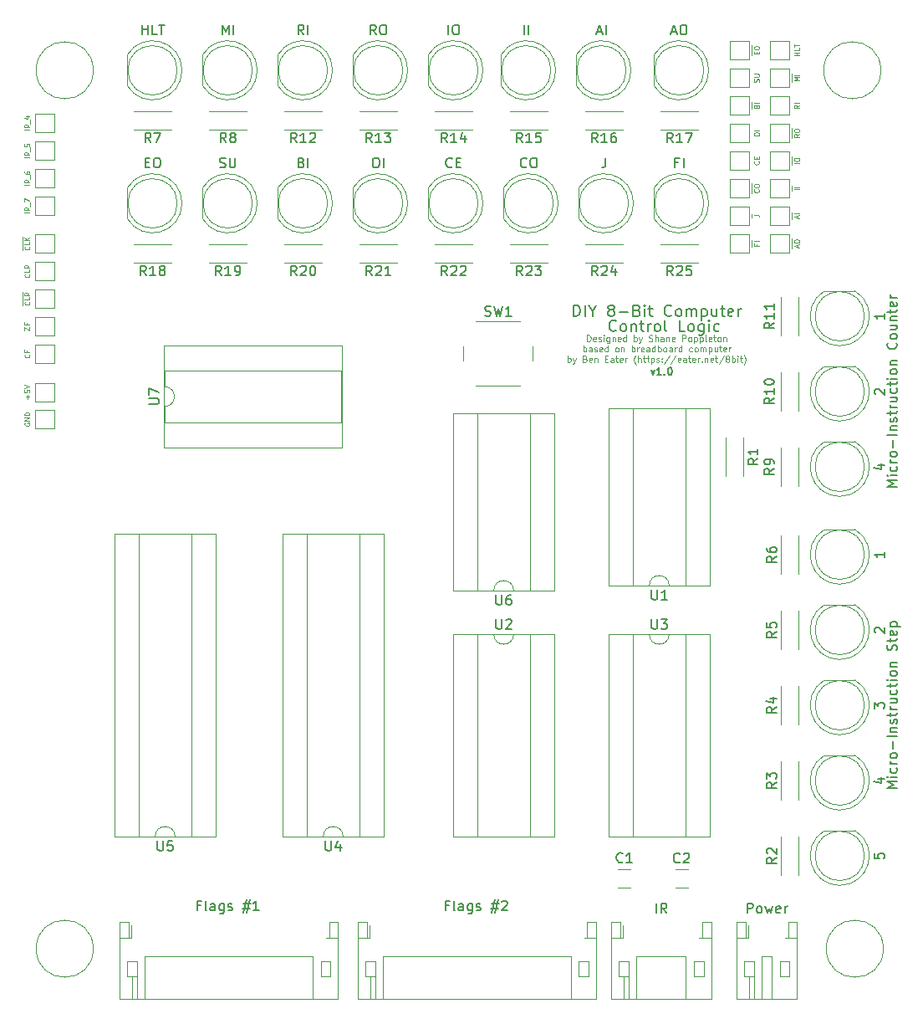
<source format=gbr>
G04 #@! TF.GenerationSoftware,KiCad,Pcbnew,(5.1.2-1)-1*
G04 #@! TF.CreationDate,2019-08-26T08:10:11+10:00*
G04 #@! TF.ProjectId,control-logic,636f6e74-726f-46c2-9d6c-6f6769632e6b,rev?*
G04 #@! TF.SameCoordinates,Original*
G04 #@! TF.FileFunction,Legend,Top*
G04 #@! TF.FilePolarity,Positive*
%FSLAX46Y46*%
G04 Gerber Fmt 4.6, Leading zero omitted, Abs format (unit mm)*
G04 Created by KiCad (PCBNEW (5.1.2-1)-1) date 2019-08-26 08:10:11*
%MOMM*%
%LPD*%
G04 APERTURE LIST*
%ADD10C,0.127000*%
%ADD11C,0.101600*%
%ADD12C,0.150000*%
%ADD13C,0.120000*%
%ADD14C,0.100000*%
G04 APERTURE END LIST*
D10*
X150803428Y-96356714D02*
X150984857Y-96864714D01*
X151166285Y-96356714D01*
X151855714Y-96864714D02*
X151420285Y-96864714D01*
X151638000Y-96864714D02*
X151638000Y-96102714D01*
X151565428Y-96211571D01*
X151492857Y-96284142D01*
X151420285Y-96320428D01*
X152182285Y-96792142D02*
X152218571Y-96828428D01*
X152182285Y-96864714D01*
X152146000Y-96828428D01*
X152182285Y-96792142D01*
X152182285Y-96864714D01*
X152690285Y-96102714D02*
X152762857Y-96102714D01*
X152835428Y-96139000D01*
X152871714Y-96175285D01*
X152908000Y-96247857D01*
X152944285Y-96393000D01*
X152944285Y-96574428D01*
X152908000Y-96719571D01*
X152871714Y-96792142D01*
X152835428Y-96828428D01*
X152762857Y-96864714D01*
X152690285Y-96864714D01*
X152617714Y-96828428D01*
X152581428Y-96792142D01*
X152545142Y-96719571D01*
X152508857Y-96574428D01*
X152508857Y-96393000D01*
X152545142Y-96247857D01*
X152581428Y-96175285D01*
X152617714Y-96139000D01*
X152690285Y-96102714D01*
D11*
X144338523Y-93467161D02*
X144338523Y-92832161D01*
X144489714Y-92832161D01*
X144580428Y-92862400D01*
X144640904Y-92922876D01*
X144671142Y-92983352D01*
X144701380Y-93104304D01*
X144701380Y-93195019D01*
X144671142Y-93315971D01*
X144640904Y-93376447D01*
X144580428Y-93436923D01*
X144489714Y-93467161D01*
X144338523Y-93467161D01*
X145215428Y-93436923D02*
X145154952Y-93467161D01*
X145034000Y-93467161D01*
X144973523Y-93436923D01*
X144943285Y-93376447D01*
X144943285Y-93134542D01*
X144973523Y-93074066D01*
X145034000Y-93043828D01*
X145154952Y-93043828D01*
X145215428Y-93074066D01*
X145245666Y-93134542D01*
X145245666Y-93195019D01*
X144943285Y-93255495D01*
X145487571Y-93436923D02*
X145548047Y-93467161D01*
X145669000Y-93467161D01*
X145729476Y-93436923D01*
X145759714Y-93376447D01*
X145759714Y-93346209D01*
X145729476Y-93285733D01*
X145669000Y-93255495D01*
X145578285Y-93255495D01*
X145517809Y-93225257D01*
X145487571Y-93164780D01*
X145487571Y-93134542D01*
X145517809Y-93074066D01*
X145578285Y-93043828D01*
X145669000Y-93043828D01*
X145729476Y-93074066D01*
X146031857Y-93467161D02*
X146031857Y-93043828D01*
X146031857Y-92832161D02*
X146001619Y-92862400D01*
X146031857Y-92892638D01*
X146062095Y-92862400D01*
X146031857Y-92832161D01*
X146031857Y-92892638D01*
X146606380Y-93043828D02*
X146606380Y-93557876D01*
X146576142Y-93618352D01*
X146545904Y-93648590D01*
X146485428Y-93678828D01*
X146394714Y-93678828D01*
X146334238Y-93648590D01*
X146606380Y-93436923D02*
X146545904Y-93467161D01*
X146424952Y-93467161D01*
X146364476Y-93436923D01*
X146334238Y-93406685D01*
X146304000Y-93346209D01*
X146304000Y-93164780D01*
X146334238Y-93104304D01*
X146364476Y-93074066D01*
X146424952Y-93043828D01*
X146545904Y-93043828D01*
X146606380Y-93074066D01*
X146908761Y-93043828D02*
X146908761Y-93467161D01*
X146908761Y-93104304D02*
X146939000Y-93074066D01*
X146999476Y-93043828D01*
X147090190Y-93043828D01*
X147150666Y-93074066D01*
X147180904Y-93134542D01*
X147180904Y-93467161D01*
X147725190Y-93436923D02*
X147664714Y-93467161D01*
X147543761Y-93467161D01*
X147483285Y-93436923D01*
X147453047Y-93376447D01*
X147453047Y-93134542D01*
X147483285Y-93074066D01*
X147543761Y-93043828D01*
X147664714Y-93043828D01*
X147725190Y-93074066D01*
X147755428Y-93134542D01*
X147755428Y-93195019D01*
X147453047Y-93255495D01*
X148299714Y-93467161D02*
X148299714Y-92832161D01*
X148299714Y-93436923D02*
X148239238Y-93467161D01*
X148118285Y-93467161D01*
X148057809Y-93436923D01*
X148027571Y-93406685D01*
X147997333Y-93346209D01*
X147997333Y-93164780D01*
X148027571Y-93104304D01*
X148057809Y-93074066D01*
X148118285Y-93043828D01*
X148239238Y-93043828D01*
X148299714Y-93074066D01*
X149085904Y-93467161D02*
X149085904Y-92832161D01*
X149085904Y-93074066D02*
X149146380Y-93043828D01*
X149267333Y-93043828D01*
X149327809Y-93074066D01*
X149358047Y-93104304D01*
X149388285Y-93164780D01*
X149388285Y-93346209D01*
X149358047Y-93406685D01*
X149327809Y-93436923D01*
X149267333Y-93467161D01*
X149146380Y-93467161D01*
X149085904Y-93436923D01*
X149599952Y-93043828D02*
X149751142Y-93467161D01*
X149902333Y-93043828D02*
X149751142Y-93467161D01*
X149690666Y-93618352D01*
X149660428Y-93648590D01*
X149599952Y-93678828D01*
X150597809Y-93436923D02*
X150688523Y-93467161D01*
X150839714Y-93467161D01*
X150900190Y-93436923D01*
X150930428Y-93406685D01*
X150960666Y-93346209D01*
X150960666Y-93285733D01*
X150930428Y-93225257D01*
X150900190Y-93195019D01*
X150839714Y-93164780D01*
X150718761Y-93134542D01*
X150658285Y-93104304D01*
X150628047Y-93074066D01*
X150597809Y-93013590D01*
X150597809Y-92953114D01*
X150628047Y-92892638D01*
X150658285Y-92862400D01*
X150718761Y-92832161D01*
X150869952Y-92832161D01*
X150960666Y-92862400D01*
X151232809Y-93467161D02*
X151232809Y-92832161D01*
X151504952Y-93467161D02*
X151504952Y-93134542D01*
X151474714Y-93074066D01*
X151414238Y-93043828D01*
X151323523Y-93043828D01*
X151263047Y-93074066D01*
X151232809Y-93104304D01*
X152079476Y-93467161D02*
X152079476Y-93134542D01*
X152049238Y-93074066D01*
X151988761Y-93043828D01*
X151867809Y-93043828D01*
X151807333Y-93074066D01*
X152079476Y-93436923D02*
X152019000Y-93467161D01*
X151867809Y-93467161D01*
X151807333Y-93436923D01*
X151777095Y-93376447D01*
X151777095Y-93315971D01*
X151807333Y-93255495D01*
X151867809Y-93225257D01*
X152019000Y-93225257D01*
X152079476Y-93195019D01*
X152381857Y-93043828D02*
X152381857Y-93467161D01*
X152381857Y-93104304D02*
X152412095Y-93074066D01*
X152472571Y-93043828D01*
X152563285Y-93043828D01*
X152623761Y-93074066D01*
X152654000Y-93134542D01*
X152654000Y-93467161D01*
X153198285Y-93436923D02*
X153137809Y-93467161D01*
X153016857Y-93467161D01*
X152956380Y-93436923D01*
X152926142Y-93376447D01*
X152926142Y-93134542D01*
X152956380Y-93074066D01*
X153016857Y-93043828D01*
X153137809Y-93043828D01*
X153198285Y-93074066D01*
X153228523Y-93134542D01*
X153228523Y-93195019D01*
X152926142Y-93255495D01*
X153984476Y-93467161D02*
X153984476Y-92832161D01*
X154226380Y-92832161D01*
X154286857Y-92862400D01*
X154317095Y-92892638D01*
X154347333Y-92953114D01*
X154347333Y-93043828D01*
X154317095Y-93104304D01*
X154286857Y-93134542D01*
X154226380Y-93164780D01*
X153984476Y-93164780D01*
X154710190Y-93467161D02*
X154649714Y-93436923D01*
X154619476Y-93406685D01*
X154589238Y-93346209D01*
X154589238Y-93164780D01*
X154619476Y-93104304D01*
X154649714Y-93074066D01*
X154710190Y-93043828D01*
X154800904Y-93043828D01*
X154861380Y-93074066D01*
X154891619Y-93104304D01*
X154921857Y-93164780D01*
X154921857Y-93346209D01*
X154891619Y-93406685D01*
X154861380Y-93436923D01*
X154800904Y-93467161D01*
X154710190Y-93467161D01*
X155194000Y-93043828D02*
X155194000Y-93678828D01*
X155194000Y-93074066D02*
X155254476Y-93043828D01*
X155375428Y-93043828D01*
X155435904Y-93074066D01*
X155466142Y-93104304D01*
X155496380Y-93164780D01*
X155496380Y-93346209D01*
X155466142Y-93406685D01*
X155435904Y-93436923D01*
X155375428Y-93467161D01*
X155254476Y-93467161D01*
X155194000Y-93436923D01*
X155768523Y-93043828D02*
X155768523Y-93678828D01*
X155768523Y-93074066D02*
X155829000Y-93043828D01*
X155949952Y-93043828D01*
X156010428Y-93074066D01*
X156040666Y-93104304D01*
X156070904Y-93164780D01*
X156070904Y-93346209D01*
X156040666Y-93406685D01*
X156010428Y-93436923D01*
X155949952Y-93467161D01*
X155829000Y-93467161D01*
X155768523Y-93436923D01*
X156433761Y-93467161D02*
X156373285Y-93436923D01*
X156343047Y-93376447D01*
X156343047Y-92832161D01*
X156917571Y-93436923D02*
X156857095Y-93467161D01*
X156736142Y-93467161D01*
X156675666Y-93436923D01*
X156645428Y-93376447D01*
X156645428Y-93134542D01*
X156675666Y-93074066D01*
X156736142Y-93043828D01*
X156857095Y-93043828D01*
X156917571Y-93074066D01*
X156947809Y-93134542D01*
X156947809Y-93195019D01*
X156645428Y-93255495D01*
X157129238Y-93043828D02*
X157371142Y-93043828D01*
X157219952Y-92832161D02*
X157219952Y-93376447D01*
X157250190Y-93436923D01*
X157310666Y-93467161D01*
X157371142Y-93467161D01*
X157673523Y-93467161D02*
X157613047Y-93436923D01*
X157582809Y-93406685D01*
X157552571Y-93346209D01*
X157552571Y-93164780D01*
X157582809Y-93104304D01*
X157613047Y-93074066D01*
X157673523Y-93043828D01*
X157764238Y-93043828D01*
X157824714Y-93074066D01*
X157854952Y-93104304D01*
X157885190Y-93164780D01*
X157885190Y-93346209D01*
X157854952Y-93406685D01*
X157824714Y-93436923D01*
X157764238Y-93467161D01*
X157673523Y-93467161D01*
X158157333Y-93043828D02*
X158157333Y-93467161D01*
X158157333Y-93104304D02*
X158187571Y-93074066D01*
X158248047Y-93043828D01*
X158338761Y-93043828D01*
X158399238Y-93074066D01*
X158429476Y-93134542D01*
X158429476Y-93467161D01*
X143960547Y-94521261D02*
X143960547Y-93886261D01*
X143960547Y-94128166D02*
X144021023Y-94097928D01*
X144141976Y-94097928D01*
X144202452Y-94128166D01*
X144232690Y-94158404D01*
X144262928Y-94218880D01*
X144262928Y-94400309D01*
X144232690Y-94460785D01*
X144202452Y-94491023D01*
X144141976Y-94521261D01*
X144021023Y-94521261D01*
X143960547Y-94491023D01*
X144807214Y-94521261D02*
X144807214Y-94188642D01*
X144776976Y-94128166D01*
X144716500Y-94097928D01*
X144595547Y-94097928D01*
X144535071Y-94128166D01*
X144807214Y-94491023D02*
X144746738Y-94521261D01*
X144595547Y-94521261D01*
X144535071Y-94491023D01*
X144504833Y-94430547D01*
X144504833Y-94370071D01*
X144535071Y-94309595D01*
X144595547Y-94279357D01*
X144746738Y-94279357D01*
X144807214Y-94249119D01*
X145079357Y-94491023D02*
X145139833Y-94521261D01*
X145260785Y-94521261D01*
X145321261Y-94491023D01*
X145351500Y-94430547D01*
X145351500Y-94400309D01*
X145321261Y-94339833D01*
X145260785Y-94309595D01*
X145170071Y-94309595D01*
X145109595Y-94279357D01*
X145079357Y-94218880D01*
X145079357Y-94188642D01*
X145109595Y-94128166D01*
X145170071Y-94097928D01*
X145260785Y-94097928D01*
X145321261Y-94128166D01*
X145865547Y-94491023D02*
X145805071Y-94521261D01*
X145684119Y-94521261D01*
X145623642Y-94491023D01*
X145593404Y-94430547D01*
X145593404Y-94188642D01*
X145623642Y-94128166D01*
X145684119Y-94097928D01*
X145805071Y-94097928D01*
X145865547Y-94128166D01*
X145895785Y-94188642D01*
X145895785Y-94249119D01*
X145593404Y-94309595D01*
X146440071Y-94521261D02*
X146440071Y-93886261D01*
X146440071Y-94491023D02*
X146379595Y-94521261D01*
X146258642Y-94521261D01*
X146198166Y-94491023D01*
X146167928Y-94460785D01*
X146137690Y-94400309D01*
X146137690Y-94218880D01*
X146167928Y-94158404D01*
X146198166Y-94128166D01*
X146258642Y-94097928D01*
X146379595Y-94097928D01*
X146440071Y-94128166D01*
X147316976Y-94521261D02*
X147256500Y-94491023D01*
X147226261Y-94460785D01*
X147196023Y-94400309D01*
X147196023Y-94218880D01*
X147226261Y-94158404D01*
X147256500Y-94128166D01*
X147316976Y-94097928D01*
X147407690Y-94097928D01*
X147468166Y-94128166D01*
X147498404Y-94158404D01*
X147528642Y-94218880D01*
X147528642Y-94400309D01*
X147498404Y-94460785D01*
X147468166Y-94491023D01*
X147407690Y-94521261D01*
X147316976Y-94521261D01*
X147800785Y-94097928D02*
X147800785Y-94521261D01*
X147800785Y-94158404D02*
X147831023Y-94128166D01*
X147891500Y-94097928D01*
X147982214Y-94097928D01*
X148042690Y-94128166D01*
X148072928Y-94188642D01*
X148072928Y-94521261D01*
X148859119Y-94521261D02*
X148859119Y-93886261D01*
X148859119Y-94128166D02*
X148919595Y-94097928D01*
X149040547Y-94097928D01*
X149101023Y-94128166D01*
X149131261Y-94158404D01*
X149161500Y-94218880D01*
X149161500Y-94400309D01*
X149131261Y-94460785D01*
X149101023Y-94491023D01*
X149040547Y-94521261D01*
X148919595Y-94521261D01*
X148859119Y-94491023D01*
X149433642Y-94521261D02*
X149433642Y-94097928D01*
X149433642Y-94218880D02*
X149463880Y-94158404D01*
X149494119Y-94128166D01*
X149554595Y-94097928D01*
X149615071Y-94097928D01*
X150068642Y-94491023D02*
X150008166Y-94521261D01*
X149887214Y-94521261D01*
X149826738Y-94491023D01*
X149796500Y-94430547D01*
X149796500Y-94188642D01*
X149826738Y-94128166D01*
X149887214Y-94097928D01*
X150008166Y-94097928D01*
X150068642Y-94128166D01*
X150098880Y-94188642D01*
X150098880Y-94249119D01*
X149796500Y-94309595D01*
X150643166Y-94521261D02*
X150643166Y-94188642D01*
X150612928Y-94128166D01*
X150552452Y-94097928D01*
X150431500Y-94097928D01*
X150371023Y-94128166D01*
X150643166Y-94491023D02*
X150582690Y-94521261D01*
X150431500Y-94521261D01*
X150371023Y-94491023D01*
X150340785Y-94430547D01*
X150340785Y-94370071D01*
X150371023Y-94309595D01*
X150431500Y-94279357D01*
X150582690Y-94279357D01*
X150643166Y-94249119D01*
X151217690Y-94521261D02*
X151217690Y-93886261D01*
X151217690Y-94491023D02*
X151157214Y-94521261D01*
X151036261Y-94521261D01*
X150975785Y-94491023D01*
X150945547Y-94460785D01*
X150915309Y-94400309D01*
X150915309Y-94218880D01*
X150945547Y-94158404D01*
X150975785Y-94128166D01*
X151036261Y-94097928D01*
X151157214Y-94097928D01*
X151217690Y-94128166D01*
X151520071Y-94521261D02*
X151520071Y-93886261D01*
X151520071Y-94128166D02*
X151580547Y-94097928D01*
X151701500Y-94097928D01*
X151761976Y-94128166D01*
X151792214Y-94158404D01*
X151822452Y-94218880D01*
X151822452Y-94400309D01*
X151792214Y-94460785D01*
X151761976Y-94491023D01*
X151701500Y-94521261D01*
X151580547Y-94521261D01*
X151520071Y-94491023D01*
X152185309Y-94521261D02*
X152124833Y-94491023D01*
X152094595Y-94460785D01*
X152064357Y-94400309D01*
X152064357Y-94218880D01*
X152094595Y-94158404D01*
X152124833Y-94128166D01*
X152185309Y-94097928D01*
X152276023Y-94097928D01*
X152336500Y-94128166D01*
X152366738Y-94158404D01*
X152396976Y-94218880D01*
X152396976Y-94400309D01*
X152366738Y-94460785D01*
X152336500Y-94491023D01*
X152276023Y-94521261D01*
X152185309Y-94521261D01*
X152941261Y-94521261D02*
X152941261Y-94188642D01*
X152911023Y-94128166D01*
X152850547Y-94097928D01*
X152729595Y-94097928D01*
X152669119Y-94128166D01*
X152941261Y-94491023D02*
X152880785Y-94521261D01*
X152729595Y-94521261D01*
X152669119Y-94491023D01*
X152638880Y-94430547D01*
X152638880Y-94370071D01*
X152669119Y-94309595D01*
X152729595Y-94279357D01*
X152880785Y-94279357D01*
X152941261Y-94249119D01*
X153243642Y-94521261D02*
X153243642Y-94097928D01*
X153243642Y-94218880D02*
X153273880Y-94158404D01*
X153304119Y-94128166D01*
X153364595Y-94097928D01*
X153425071Y-94097928D01*
X153908880Y-94521261D02*
X153908880Y-93886261D01*
X153908880Y-94491023D02*
X153848404Y-94521261D01*
X153727452Y-94521261D01*
X153666976Y-94491023D01*
X153636738Y-94460785D01*
X153606500Y-94400309D01*
X153606500Y-94218880D01*
X153636738Y-94158404D01*
X153666976Y-94128166D01*
X153727452Y-94097928D01*
X153848404Y-94097928D01*
X153908880Y-94128166D01*
X154967214Y-94491023D02*
X154906738Y-94521261D01*
X154785785Y-94521261D01*
X154725309Y-94491023D01*
X154695071Y-94460785D01*
X154664833Y-94400309D01*
X154664833Y-94218880D01*
X154695071Y-94158404D01*
X154725309Y-94128166D01*
X154785785Y-94097928D01*
X154906738Y-94097928D01*
X154967214Y-94128166D01*
X155330071Y-94521261D02*
X155269595Y-94491023D01*
X155239357Y-94460785D01*
X155209119Y-94400309D01*
X155209119Y-94218880D01*
X155239357Y-94158404D01*
X155269595Y-94128166D01*
X155330071Y-94097928D01*
X155420785Y-94097928D01*
X155481261Y-94128166D01*
X155511500Y-94158404D01*
X155541738Y-94218880D01*
X155541738Y-94400309D01*
X155511500Y-94460785D01*
X155481261Y-94491023D01*
X155420785Y-94521261D01*
X155330071Y-94521261D01*
X155813880Y-94521261D02*
X155813880Y-94097928D01*
X155813880Y-94158404D02*
X155844119Y-94128166D01*
X155904595Y-94097928D01*
X155995309Y-94097928D01*
X156055785Y-94128166D01*
X156086023Y-94188642D01*
X156086023Y-94521261D01*
X156086023Y-94188642D02*
X156116261Y-94128166D01*
X156176738Y-94097928D01*
X156267452Y-94097928D01*
X156327928Y-94128166D01*
X156358166Y-94188642D01*
X156358166Y-94521261D01*
X156660547Y-94097928D02*
X156660547Y-94732928D01*
X156660547Y-94128166D02*
X156721023Y-94097928D01*
X156841976Y-94097928D01*
X156902452Y-94128166D01*
X156932690Y-94158404D01*
X156962928Y-94218880D01*
X156962928Y-94400309D01*
X156932690Y-94460785D01*
X156902452Y-94491023D01*
X156841976Y-94521261D01*
X156721023Y-94521261D01*
X156660547Y-94491023D01*
X157507214Y-94097928D02*
X157507214Y-94521261D01*
X157235071Y-94097928D02*
X157235071Y-94430547D01*
X157265309Y-94491023D01*
X157325785Y-94521261D01*
X157416500Y-94521261D01*
X157476976Y-94491023D01*
X157507214Y-94460785D01*
X157718880Y-94097928D02*
X157960785Y-94097928D01*
X157809595Y-93886261D02*
X157809595Y-94430547D01*
X157839833Y-94491023D01*
X157900309Y-94521261D01*
X157960785Y-94521261D01*
X158414357Y-94491023D02*
X158353880Y-94521261D01*
X158232928Y-94521261D01*
X158172452Y-94491023D01*
X158142214Y-94430547D01*
X158142214Y-94188642D01*
X158172452Y-94128166D01*
X158232928Y-94097928D01*
X158353880Y-94097928D01*
X158414357Y-94128166D01*
X158444595Y-94188642D01*
X158444595Y-94249119D01*
X158142214Y-94309595D01*
X158716738Y-94521261D02*
X158716738Y-94097928D01*
X158716738Y-94218880D02*
X158746976Y-94158404D01*
X158777214Y-94128166D01*
X158837690Y-94097928D01*
X158898166Y-94097928D01*
X142388166Y-95575361D02*
X142388166Y-94940361D01*
X142388166Y-95182266D02*
X142448642Y-95152028D01*
X142569595Y-95152028D01*
X142630071Y-95182266D01*
X142660309Y-95212504D01*
X142690547Y-95272980D01*
X142690547Y-95454409D01*
X142660309Y-95514885D01*
X142630071Y-95545123D01*
X142569595Y-95575361D01*
X142448642Y-95575361D01*
X142388166Y-95545123D01*
X142902214Y-95152028D02*
X143053404Y-95575361D01*
X143204595Y-95152028D02*
X143053404Y-95575361D01*
X142992928Y-95726552D01*
X142962690Y-95756790D01*
X142902214Y-95787028D01*
X144141976Y-95242742D02*
X144232690Y-95272980D01*
X144262928Y-95303219D01*
X144293166Y-95363695D01*
X144293166Y-95454409D01*
X144262928Y-95514885D01*
X144232690Y-95545123D01*
X144172214Y-95575361D01*
X143930309Y-95575361D01*
X143930309Y-94940361D01*
X144141976Y-94940361D01*
X144202452Y-94970600D01*
X144232690Y-95000838D01*
X144262928Y-95061314D01*
X144262928Y-95121790D01*
X144232690Y-95182266D01*
X144202452Y-95212504D01*
X144141976Y-95242742D01*
X143930309Y-95242742D01*
X144807214Y-95545123D02*
X144746738Y-95575361D01*
X144625785Y-95575361D01*
X144565309Y-95545123D01*
X144535071Y-95484647D01*
X144535071Y-95242742D01*
X144565309Y-95182266D01*
X144625785Y-95152028D01*
X144746738Y-95152028D01*
X144807214Y-95182266D01*
X144837452Y-95242742D01*
X144837452Y-95303219D01*
X144535071Y-95363695D01*
X145109595Y-95152028D02*
X145109595Y-95575361D01*
X145109595Y-95212504D02*
X145139833Y-95182266D01*
X145200309Y-95152028D01*
X145291023Y-95152028D01*
X145351500Y-95182266D01*
X145381738Y-95242742D01*
X145381738Y-95575361D01*
X146167928Y-95242742D02*
X146379595Y-95242742D01*
X146470309Y-95575361D02*
X146167928Y-95575361D01*
X146167928Y-94940361D01*
X146470309Y-94940361D01*
X147014595Y-95575361D02*
X147014595Y-95242742D01*
X146984357Y-95182266D01*
X146923880Y-95152028D01*
X146802928Y-95152028D01*
X146742452Y-95182266D01*
X147014595Y-95545123D02*
X146954119Y-95575361D01*
X146802928Y-95575361D01*
X146742452Y-95545123D01*
X146712214Y-95484647D01*
X146712214Y-95424171D01*
X146742452Y-95363695D01*
X146802928Y-95333457D01*
X146954119Y-95333457D01*
X147014595Y-95303219D01*
X147226261Y-95152028D02*
X147468166Y-95152028D01*
X147316976Y-94940361D02*
X147316976Y-95484647D01*
X147347214Y-95545123D01*
X147407690Y-95575361D01*
X147468166Y-95575361D01*
X147921738Y-95545123D02*
X147861261Y-95575361D01*
X147740309Y-95575361D01*
X147679833Y-95545123D01*
X147649595Y-95484647D01*
X147649595Y-95242742D01*
X147679833Y-95182266D01*
X147740309Y-95152028D01*
X147861261Y-95152028D01*
X147921738Y-95182266D01*
X147951976Y-95242742D01*
X147951976Y-95303219D01*
X147649595Y-95363695D01*
X148224119Y-95575361D02*
X148224119Y-95152028D01*
X148224119Y-95272980D02*
X148254357Y-95212504D01*
X148284595Y-95182266D01*
X148345071Y-95152028D01*
X148405547Y-95152028D01*
X149282452Y-95817266D02*
X149252214Y-95787028D01*
X149191738Y-95696314D01*
X149161500Y-95635838D01*
X149131261Y-95545123D01*
X149101023Y-95393933D01*
X149101023Y-95272980D01*
X149131261Y-95121790D01*
X149161500Y-95031076D01*
X149191738Y-94970600D01*
X149252214Y-94879885D01*
X149282452Y-94849647D01*
X149524357Y-95575361D02*
X149524357Y-94940361D01*
X149796500Y-95575361D02*
X149796500Y-95242742D01*
X149766261Y-95182266D01*
X149705785Y-95152028D01*
X149615071Y-95152028D01*
X149554595Y-95182266D01*
X149524357Y-95212504D01*
X150008166Y-95152028D02*
X150250071Y-95152028D01*
X150098880Y-94940361D02*
X150098880Y-95484647D01*
X150129119Y-95545123D01*
X150189595Y-95575361D01*
X150250071Y-95575361D01*
X150371023Y-95152028D02*
X150612928Y-95152028D01*
X150461738Y-94940361D02*
X150461738Y-95484647D01*
X150491976Y-95545123D01*
X150552452Y-95575361D01*
X150612928Y-95575361D01*
X150824595Y-95152028D02*
X150824595Y-95787028D01*
X150824595Y-95182266D02*
X150885071Y-95152028D01*
X151006023Y-95152028D01*
X151066500Y-95182266D01*
X151096738Y-95212504D01*
X151126976Y-95272980D01*
X151126976Y-95454409D01*
X151096738Y-95514885D01*
X151066500Y-95545123D01*
X151006023Y-95575361D01*
X150885071Y-95575361D01*
X150824595Y-95545123D01*
X151368880Y-95545123D02*
X151429357Y-95575361D01*
X151550309Y-95575361D01*
X151610785Y-95545123D01*
X151641023Y-95484647D01*
X151641023Y-95454409D01*
X151610785Y-95393933D01*
X151550309Y-95363695D01*
X151459595Y-95363695D01*
X151399119Y-95333457D01*
X151368880Y-95272980D01*
X151368880Y-95242742D01*
X151399119Y-95182266D01*
X151459595Y-95152028D01*
X151550309Y-95152028D01*
X151610785Y-95182266D01*
X151913166Y-95514885D02*
X151943404Y-95545123D01*
X151913166Y-95575361D01*
X151882928Y-95545123D01*
X151913166Y-95514885D01*
X151913166Y-95575361D01*
X151913166Y-95182266D02*
X151943404Y-95212504D01*
X151913166Y-95242742D01*
X151882928Y-95212504D01*
X151913166Y-95182266D01*
X151913166Y-95242742D01*
X152669119Y-94910123D02*
X152124833Y-95726552D01*
X153334357Y-94910123D02*
X152790071Y-95726552D01*
X153787928Y-95545123D02*
X153727452Y-95575361D01*
X153606500Y-95575361D01*
X153546023Y-95545123D01*
X153515785Y-95484647D01*
X153515785Y-95242742D01*
X153546023Y-95182266D01*
X153606500Y-95152028D01*
X153727452Y-95152028D01*
X153787928Y-95182266D01*
X153818166Y-95242742D01*
X153818166Y-95303219D01*
X153515785Y-95363695D01*
X154362452Y-95575361D02*
X154362452Y-95242742D01*
X154332214Y-95182266D01*
X154271738Y-95152028D01*
X154150785Y-95152028D01*
X154090309Y-95182266D01*
X154362452Y-95545123D02*
X154301976Y-95575361D01*
X154150785Y-95575361D01*
X154090309Y-95545123D01*
X154060071Y-95484647D01*
X154060071Y-95424171D01*
X154090309Y-95363695D01*
X154150785Y-95333457D01*
X154301976Y-95333457D01*
X154362452Y-95303219D01*
X154574119Y-95152028D02*
X154816023Y-95152028D01*
X154664833Y-94940361D02*
X154664833Y-95484647D01*
X154695071Y-95545123D01*
X154755547Y-95575361D01*
X154816023Y-95575361D01*
X155269595Y-95545123D02*
X155209119Y-95575361D01*
X155088166Y-95575361D01*
X155027690Y-95545123D01*
X154997452Y-95484647D01*
X154997452Y-95242742D01*
X155027690Y-95182266D01*
X155088166Y-95152028D01*
X155209119Y-95152028D01*
X155269595Y-95182266D01*
X155299833Y-95242742D01*
X155299833Y-95303219D01*
X154997452Y-95363695D01*
X155571976Y-95575361D02*
X155571976Y-95152028D01*
X155571976Y-95272980D02*
X155602214Y-95212504D01*
X155632452Y-95182266D01*
X155692928Y-95152028D01*
X155753404Y-95152028D01*
X155965071Y-95514885D02*
X155995309Y-95545123D01*
X155965071Y-95575361D01*
X155934833Y-95545123D01*
X155965071Y-95514885D01*
X155965071Y-95575361D01*
X156267452Y-95152028D02*
X156267452Y-95575361D01*
X156267452Y-95212504D02*
X156297690Y-95182266D01*
X156358166Y-95152028D01*
X156448880Y-95152028D01*
X156509357Y-95182266D01*
X156539595Y-95242742D01*
X156539595Y-95575361D01*
X157083880Y-95545123D02*
X157023404Y-95575361D01*
X156902452Y-95575361D01*
X156841976Y-95545123D01*
X156811738Y-95484647D01*
X156811738Y-95242742D01*
X156841976Y-95182266D01*
X156902452Y-95152028D01*
X157023404Y-95152028D01*
X157083880Y-95182266D01*
X157114119Y-95242742D01*
X157114119Y-95303219D01*
X156811738Y-95363695D01*
X157295547Y-95152028D02*
X157537452Y-95152028D01*
X157386261Y-94940361D02*
X157386261Y-95484647D01*
X157416500Y-95545123D01*
X157476976Y-95575361D01*
X157537452Y-95575361D01*
X158202690Y-94910123D02*
X157658404Y-95726552D01*
X158505071Y-95212504D02*
X158444595Y-95182266D01*
X158414357Y-95152028D01*
X158384119Y-95091552D01*
X158384119Y-95061314D01*
X158414357Y-95000838D01*
X158444595Y-94970600D01*
X158505071Y-94940361D01*
X158626023Y-94940361D01*
X158686500Y-94970600D01*
X158716738Y-95000838D01*
X158746976Y-95061314D01*
X158746976Y-95091552D01*
X158716738Y-95152028D01*
X158686500Y-95182266D01*
X158626023Y-95212504D01*
X158505071Y-95212504D01*
X158444595Y-95242742D01*
X158414357Y-95272980D01*
X158384119Y-95333457D01*
X158384119Y-95454409D01*
X158414357Y-95514885D01*
X158444595Y-95545123D01*
X158505071Y-95575361D01*
X158626023Y-95575361D01*
X158686500Y-95545123D01*
X158716738Y-95514885D01*
X158746976Y-95454409D01*
X158746976Y-95333457D01*
X158716738Y-95272980D01*
X158686500Y-95242742D01*
X158626023Y-95212504D01*
X159019119Y-95575361D02*
X159019119Y-94940361D01*
X159019119Y-95182266D02*
X159079595Y-95152028D01*
X159200547Y-95152028D01*
X159261023Y-95182266D01*
X159291261Y-95212504D01*
X159321500Y-95272980D01*
X159321500Y-95454409D01*
X159291261Y-95514885D01*
X159261023Y-95545123D01*
X159200547Y-95575361D01*
X159079595Y-95575361D01*
X159019119Y-95545123D01*
X159593642Y-95575361D02*
X159593642Y-95152028D01*
X159593642Y-94940361D02*
X159563404Y-94970600D01*
X159593642Y-95000838D01*
X159623880Y-94970600D01*
X159593642Y-94940361D01*
X159593642Y-95000838D01*
X159805309Y-95152028D02*
X160047214Y-95152028D01*
X159896023Y-94940361D02*
X159896023Y-95484647D01*
X159926261Y-95545123D01*
X159986738Y-95575361D01*
X160047214Y-95575361D01*
X160198404Y-95817266D02*
X160228642Y-95787028D01*
X160289119Y-95696314D01*
X160319357Y-95635838D01*
X160349595Y-95545123D01*
X160379833Y-95393933D01*
X160379833Y-95272980D01*
X160349595Y-95121790D01*
X160319357Y-95031076D01*
X160289119Y-94970600D01*
X160228642Y-94879885D01*
X160198404Y-94849647D01*
D10*
X147274642Y-92356214D02*
X147220214Y-92410642D01*
X147056928Y-92465071D01*
X146948071Y-92465071D01*
X146784785Y-92410642D01*
X146675928Y-92301785D01*
X146621500Y-92192928D01*
X146567071Y-91975214D01*
X146567071Y-91811928D01*
X146621500Y-91594214D01*
X146675928Y-91485357D01*
X146784785Y-91376500D01*
X146948071Y-91322071D01*
X147056928Y-91322071D01*
X147220214Y-91376500D01*
X147274642Y-91430928D01*
X147927785Y-92465071D02*
X147818928Y-92410642D01*
X147764500Y-92356214D01*
X147710071Y-92247357D01*
X147710071Y-91920785D01*
X147764500Y-91811928D01*
X147818928Y-91757500D01*
X147927785Y-91703071D01*
X148091071Y-91703071D01*
X148199928Y-91757500D01*
X148254357Y-91811928D01*
X148308785Y-91920785D01*
X148308785Y-92247357D01*
X148254357Y-92356214D01*
X148199928Y-92410642D01*
X148091071Y-92465071D01*
X147927785Y-92465071D01*
X148798642Y-91703071D02*
X148798642Y-92465071D01*
X148798642Y-91811928D02*
X148853071Y-91757500D01*
X148961928Y-91703071D01*
X149125214Y-91703071D01*
X149234071Y-91757500D01*
X149288500Y-91866357D01*
X149288500Y-92465071D01*
X149669500Y-91703071D02*
X150104928Y-91703071D01*
X149832785Y-91322071D02*
X149832785Y-92301785D01*
X149887214Y-92410642D01*
X149996071Y-92465071D01*
X150104928Y-92465071D01*
X150485928Y-92465071D02*
X150485928Y-91703071D01*
X150485928Y-91920785D02*
X150540357Y-91811928D01*
X150594785Y-91757500D01*
X150703642Y-91703071D01*
X150812500Y-91703071D01*
X151356785Y-92465071D02*
X151247928Y-92410642D01*
X151193500Y-92356214D01*
X151139071Y-92247357D01*
X151139071Y-91920785D01*
X151193500Y-91811928D01*
X151247928Y-91757500D01*
X151356785Y-91703071D01*
X151520071Y-91703071D01*
X151628928Y-91757500D01*
X151683357Y-91811928D01*
X151737785Y-91920785D01*
X151737785Y-92247357D01*
X151683357Y-92356214D01*
X151628928Y-92410642D01*
X151520071Y-92465071D01*
X151356785Y-92465071D01*
X152390928Y-92465071D02*
X152282071Y-92410642D01*
X152227642Y-92301785D01*
X152227642Y-91322071D01*
X154241500Y-92465071D02*
X153697214Y-92465071D01*
X153697214Y-91322071D01*
X154785785Y-92465071D02*
X154676928Y-92410642D01*
X154622500Y-92356214D01*
X154568071Y-92247357D01*
X154568071Y-91920785D01*
X154622500Y-91811928D01*
X154676928Y-91757500D01*
X154785785Y-91703071D01*
X154949071Y-91703071D01*
X155057928Y-91757500D01*
X155112357Y-91811928D01*
X155166785Y-91920785D01*
X155166785Y-92247357D01*
X155112357Y-92356214D01*
X155057928Y-92410642D01*
X154949071Y-92465071D01*
X154785785Y-92465071D01*
X156146500Y-91703071D02*
X156146500Y-92628357D01*
X156092071Y-92737214D01*
X156037642Y-92791642D01*
X155928785Y-92846071D01*
X155765500Y-92846071D01*
X155656642Y-92791642D01*
X156146500Y-92410642D02*
X156037642Y-92465071D01*
X155819928Y-92465071D01*
X155711071Y-92410642D01*
X155656642Y-92356214D01*
X155602214Y-92247357D01*
X155602214Y-91920785D01*
X155656642Y-91811928D01*
X155711071Y-91757500D01*
X155819928Y-91703071D01*
X156037642Y-91703071D01*
X156146500Y-91757500D01*
X156690785Y-92465071D02*
X156690785Y-91703071D01*
X156690785Y-91322071D02*
X156636357Y-91376500D01*
X156690785Y-91430928D01*
X156745214Y-91376500D01*
X156690785Y-91322071D01*
X156690785Y-91430928D01*
X157724928Y-92410642D02*
X157616071Y-92465071D01*
X157398357Y-92465071D01*
X157289500Y-92410642D01*
X157235071Y-92356214D01*
X157180642Y-92247357D01*
X157180642Y-91920785D01*
X157235071Y-91811928D01*
X157289500Y-91757500D01*
X157398357Y-91703071D01*
X157616071Y-91703071D01*
X157724928Y-91757500D01*
X142974785Y-90941071D02*
X142974785Y-89798071D01*
X143246928Y-89798071D01*
X143410214Y-89852500D01*
X143519071Y-89961357D01*
X143573500Y-90070214D01*
X143627928Y-90287928D01*
X143627928Y-90451214D01*
X143573500Y-90668928D01*
X143519071Y-90777785D01*
X143410214Y-90886642D01*
X143246928Y-90941071D01*
X142974785Y-90941071D01*
X144117785Y-90941071D02*
X144117785Y-89798071D01*
X144879785Y-90396785D02*
X144879785Y-90941071D01*
X144498785Y-89798071D02*
X144879785Y-90396785D01*
X145260785Y-89798071D01*
X146675928Y-90287928D02*
X146567071Y-90233500D01*
X146512642Y-90179071D01*
X146458214Y-90070214D01*
X146458214Y-90015785D01*
X146512642Y-89906928D01*
X146567071Y-89852500D01*
X146675928Y-89798071D01*
X146893642Y-89798071D01*
X147002500Y-89852500D01*
X147056928Y-89906928D01*
X147111357Y-90015785D01*
X147111357Y-90070214D01*
X147056928Y-90179071D01*
X147002500Y-90233500D01*
X146893642Y-90287928D01*
X146675928Y-90287928D01*
X146567071Y-90342357D01*
X146512642Y-90396785D01*
X146458214Y-90505642D01*
X146458214Y-90723357D01*
X146512642Y-90832214D01*
X146567071Y-90886642D01*
X146675928Y-90941071D01*
X146893642Y-90941071D01*
X147002500Y-90886642D01*
X147056928Y-90832214D01*
X147111357Y-90723357D01*
X147111357Y-90505642D01*
X147056928Y-90396785D01*
X147002500Y-90342357D01*
X146893642Y-90287928D01*
X147601214Y-90505642D02*
X148472071Y-90505642D01*
X149397357Y-90342357D02*
X149560642Y-90396785D01*
X149615071Y-90451214D01*
X149669500Y-90560071D01*
X149669500Y-90723357D01*
X149615071Y-90832214D01*
X149560642Y-90886642D01*
X149451785Y-90941071D01*
X149016357Y-90941071D01*
X149016357Y-89798071D01*
X149397357Y-89798071D01*
X149506214Y-89852500D01*
X149560642Y-89906928D01*
X149615071Y-90015785D01*
X149615071Y-90124642D01*
X149560642Y-90233500D01*
X149506214Y-90287928D01*
X149397357Y-90342357D01*
X149016357Y-90342357D01*
X150159357Y-90941071D02*
X150159357Y-90179071D01*
X150159357Y-89798071D02*
X150104928Y-89852500D01*
X150159357Y-89906928D01*
X150213785Y-89852500D01*
X150159357Y-89798071D01*
X150159357Y-89906928D01*
X150540357Y-90179071D02*
X150975785Y-90179071D01*
X150703642Y-89798071D02*
X150703642Y-90777785D01*
X150758071Y-90886642D01*
X150866928Y-90941071D01*
X150975785Y-90941071D01*
X152880785Y-90832214D02*
X152826357Y-90886642D01*
X152663071Y-90941071D01*
X152554214Y-90941071D01*
X152390928Y-90886642D01*
X152282071Y-90777785D01*
X152227642Y-90668928D01*
X152173214Y-90451214D01*
X152173214Y-90287928D01*
X152227642Y-90070214D01*
X152282071Y-89961357D01*
X152390928Y-89852500D01*
X152554214Y-89798071D01*
X152663071Y-89798071D01*
X152826357Y-89852500D01*
X152880785Y-89906928D01*
X153533928Y-90941071D02*
X153425071Y-90886642D01*
X153370642Y-90832214D01*
X153316214Y-90723357D01*
X153316214Y-90396785D01*
X153370642Y-90287928D01*
X153425071Y-90233500D01*
X153533928Y-90179071D01*
X153697214Y-90179071D01*
X153806071Y-90233500D01*
X153860500Y-90287928D01*
X153914928Y-90396785D01*
X153914928Y-90723357D01*
X153860500Y-90832214D01*
X153806071Y-90886642D01*
X153697214Y-90941071D01*
X153533928Y-90941071D01*
X154404785Y-90941071D02*
X154404785Y-90179071D01*
X154404785Y-90287928D02*
X154459214Y-90233500D01*
X154568071Y-90179071D01*
X154731357Y-90179071D01*
X154840214Y-90233500D01*
X154894642Y-90342357D01*
X154894642Y-90941071D01*
X154894642Y-90342357D02*
X154949071Y-90233500D01*
X155057928Y-90179071D01*
X155221214Y-90179071D01*
X155330071Y-90233500D01*
X155384500Y-90342357D01*
X155384500Y-90941071D01*
X155928785Y-90179071D02*
X155928785Y-91322071D01*
X155928785Y-90233500D02*
X156037642Y-90179071D01*
X156255357Y-90179071D01*
X156364214Y-90233500D01*
X156418642Y-90287928D01*
X156473071Y-90396785D01*
X156473071Y-90723357D01*
X156418642Y-90832214D01*
X156364214Y-90886642D01*
X156255357Y-90941071D01*
X156037642Y-90941071D01*
X155928785Y-90886642D01*
X157452785Y-90179071D02*
X157452785Y-90941071D01*
X156962928Y-90179071D02*
X156962928Y-90777785D01*
X157017357Y-90886642D01*
X157126214Y-90941071D01*
X157289500Y-90941071D01*
X157398357Y-90886642D01*
X157452785Y-90832214D01*
X157833785Y-90179071D02*
X158269214Y-90179071D01*
X157997071Y-89798071D02*
X157997071Y-90777785D01*
X158051500Y-90886642D01*
X158160357Y-90941071D01*
X158269214Y-90941071D01*
X159085642Y-90886642D02*
X158976785Y-90941071D01*
X158759071Y-90941071D01*
X158650214Y-90886642D01*
X158595785Y-90777785D01*
X158595785Y-90342357D01*
X158650214Y-90233500D01*
X158759071Y-90179071D01*
X158976785Y-90179071D01*
X159085642Y-90233500D01*
X159140071Y-90342357D01*
X159140071Y-90451214D01*
X158595785Y-90560071D01*
X159629928Y-90941071D02*
X159629928Y-90179071D01*
X159629928Y-90396785D02*
X159684357Y-90287928D01*
X159738785Y-90233500D01*
X159847642Y-90179071D01*
X159956500Y-90179071D01*
D12*
X175712380Y-138706761D02*
X174712380Y-138706761D01*
X175426666Y-138373428D01*
X174712380Y-138040095D01*
X175712380Y-138040095D01*
X175712380Y-137563904D02*
X175045714Y-137563904D01*
X174712380Y-137563904D02*
X174760000Y-137611523D01*
X174807619Y-137563904D01*
X174760000Y-137516285D01*
X174712380Y-137563904D01*
X174807619Y-137563904D01*
X175664761Y-136659142D02*
X175712380Y-136754380D01*
X175712380Y-136944857D01*
X175664761Y-137040095D01*
X175617142Y-137087714D01*
X175521904Y-137135333D01*
X175236190Y-137135333D01*
X175140952Y-137087714D01*
X175093333Y-137040095D01*
X175045714Y-136944857D01*
X175045714Y-136754380D01*
X175093333Y-136659142D01*
X175712380Y-136230571D02*
X175045714Y-136230571D01*
X175236190Y-136230571D02*
X175140952Y-136182952D01*
X175093333Y-136135333D01*
X175045714Y-136040095D01*
X175045714Y-135944857D01*
X175712380Y-135468666D02*
X175664761Y-135563904D01*
X175617142Y-135611523D01*
X175521904Y-135659142D01*
X175236190Y-135659142D01*
X175140952Y-135611523D01*
X175093333Y-135563904D01*
X175045714Y-135468666D01*
X175045714Y-135325809D01*
X175093333Y-135230571D01*
X175140952Y-135182952D01*
X175236190Y-135135333D01*
X175521904Y-135135333D01*
X175617142Y-135182952D01*
X175664761Y-135230571D01*
X175712380Y-135325809D01*
X175712380Y-135468666D01*
X175331428Y-134706761D02*
X175331428Y-133944857D01*
X175712380Y-133468666D02*
X174712380Y-133468666D01*
X175045714Y-132992476D02*
X175712380Y-132992476D01*
X175140952Y-132992476D02*
X175093333Y-132944857D01*
X175045714Y-132849619D01*
X175045714Y-132706761D01*
X175093333Y-132611523D01*
X175188571Y-132563904D01*
X175712380Y-132563904D01*
X175664761Y-132135333D02*
X175712380Y-132040095D01*
X175712380Y-131849619D01*
X175664761Y-131754380D01*
X175569523Y-131706761D01*
X175521904Y-131706761D01*
X175426666Y-131754380D01*
X175379047Y-131849619D01*
X175379047Y-131992476D01*
X175331428Y-132087714D01*
X175236190Y-132135333D01*
X175188571Y-132135333D01*
X175093333Y-132087714D01*
X175045714Y-131992476D01*
X175045714Y-131849619D01*
X175093333Y-131754380D01*
X175045714Y-131421047D02*
X175045714Y-131040095D01*
X174712380Y-131278190D02*
X175569523Y-131278190D01*
X175664761Y-131230571D01*
X175712380Y-131135333D01*
X175712380Y-131040095D01*
X175712380Y-130706761D02*
X175045714Y-130706761D01*
X175236190Y-130706761D02*
X175140952Y-130659142D01*
X175093333Y-130611523D01*
X175045714Y-130516285D01*
X175045714Y-130421047D01*
X175045714Y-129659142D02*
X175712380Y-129659142D01*
X175045714Y-130087714D02*
X175569523Y-130087714D01*
X175664761Y-130040095D01*
X175712380Y-129944857D01*
X175712380Y-129802000D01*
X175664761Y-129706761D01*
X175617142Y-129659142D01*
X175664761Y-128754380D02*
X175712380Y-128849619D01*
X175712380Y-129040095D01*
X175664761Y-129135333D01*
X175617142Y-129182952D01*
X175521904Y-129230571D01*
X175236190Y-129230571D01*
X175140952Y-129182952D01*
X175093333Y-129135333D01*
X175045714Y-129040095D01*
X175045714Y-128849619D01*
X175093333Y-128754380D01*
X175045714Y-128468666D02*
X175045714Y-128087714D01*
X174712380Y-128325809D02*
X175569523Y-128325809D01*
X175664761Y-128278190D01*
X175712380Y-128182952D01*
X175712380Y-128087714D01*
X175712380Y-127754380D02*
X175045714Y-127754380D01*
X174712380Y-127754380D02*
X174760000Y-127802000D01*
X174807619Y-127754380D01*
X174760000Y-127706761D01*
X174712380Y-127754380D01*
X174807619Y-127754380D01*
X175712380Y-127135333D02*
X175664761Y-127230571D01*
X175617142Y-127278190D01*
X175521904Y-127325809D01*
X175236190Y-127325809D01*
X175140952Y-127278190D01*
X175093333Y-127230571D01*
X175045714Y-127135333D01*
X175045714Y-126992476D01*
X175093333Y-126897238D01*
X175140952Y-126849619D01*
X175236190Y-126802000D01*
X175521904Y-126802000D01*
X175617142Y-126849619D01*
X175664761Y-126897238D01*
X175712380Y-126992476D01*
X175712380Y-127135333D01*
X175045714Y-126373428D02*
X175712380Y-126373428D01*
X175140952Y-126373428D02*
X175093333Y-126325809D01*
X175045714Y-126230571D01*
X175045714Y-126087714D01*
X175093333Y-125992476D01*
X175188571Y-125944857D01*
X175712380Y-125944857D01*
X175664761Y-124754380D02*
X175712380Y-124611523D01*
X175712380Y-124373428D01*
X175664761Y-124278190D01*
X175617142Y-124230571D01*
X175521904Y-124182952D01*
X175426666Y-124182952D01*
X175331428Y-124230571D01*
X175283809Y-124278190D01*
X175236190Y-124373428D01*
X175188571Y-124563904D01*
X175140952Y-124659142D01*
X175093333Y-124706761D01*
X174998095Y-124754380D01*
X174902857Y-124754380D01*
X174807619Y-124706761D01*
X174760000Y-124659142D01*
X174712380Y-124563904D01*
X174712380Y-124325809D01*
X174760000Y-124182952D01*
X175045714Y-123897238D02*
X175045714Y-123516285D01*
X174712380Y-123754380D02*
X175569523Y-123754380D01*
X175664761Y-123706761D01*
X175712380Y-123611523D01*
X175712380Y-123516285D01*
X175664761Y-122802000D02*
X175712380Y-122897238D01*
X175712380Y-123087714D01*
X175664761Y-123182952D01*
X175569523Y-123230571D01*
X175188571Y-123230571D01*
X175093333Y-123182952D01*
X175045714Y-123087714D01*
X175045714Y-122897238D01*
X175093333Y-122802000D01*
X175188571Y-122754380D01*
X175283809Y-122754380D01*
X175379047Y-123230571D01*
X175045714Y-122325809D02*
X176045714Y-122325809D01*
X175093333Y-122325809D02*
X175045714Y-122230571D01*
X175045714Y-122040095D01*
X175093333Y-121944857D01*
X175140952Y-121897238D01*
X175236190Y-121849619D01*
X175521904Y-121849619D01*
X175617142Y-121897238D01*
X175664761Y-121944857D01*
X175712380Y-122040095D01*
X175712380Y-122230571D01*
X175664761Y-122325809D01*
X175712380Y-108194857D02*
X174712380Y-108194857D01*
X175426666Y-107861523D01*
X174712380Y-107528190D01*
X175712380Y-107528190D01*
X175712380Y-107052000D02*
X175045714Y-107052000D01*
X174712380Y-107052000D02*
X174760000Y-107099619D01*
X174807619Y-107052000D01*
X174760000Y-107004380D01*
X174712380Y-107052000D01*
X174807619Y-107052000D01*
X175664761Y-106147238D02*
X175712380Y-106242476D01*
X175712380Y-106432952D01*
X175664761Y-106528190D01*
X175617142Y-106575809D01*
X175521904Y-106623428D01*
X175236190Y-106623428D01*
X175140952Y-106575809D01*
X175093333Y-106528190D01*
X175045714Y-106432952D01*
X175045714Y-106242476D01*
X175093333Y-106147238D01*
X175712380Y-105718666D02*
X175045714Y-105718666D01*
X175236190Y-105718666D02*
X175140952Y-105671047D01*
X175093333Y-105623428D01*
X175045714Y-105528190D01*
X175045714Y-105432952D01*
X175712380Y-104956761D02*
X175664761Y-105052000D01*
X175617142Y-105099619D01*
X175521904Y-105147238D01*
X175236190Y-105147238D01*
X175140952Y-105099619D01*
X175093333Y-105052000D01*
X175045714Y-104956761D01*
X175045714Y-104813904D01*
X175093333Y-104718666D01*
X175140952Y-104671047D01*
X175236190Y-104623428D01*
X175521904Y-104623428D01*
X175617142Y-104671047D01*
X175664761Y-104718666D01*
X175712380Y-104813904D01*
X175712380Y-104956761D01*
X175331428Y-104194857D02*
X175331428Y-103432952D01*
X175712380Y-102956761D02*
X174712380Y-102956761D01*
X175045714Y-102480571D02*
X175712380Y-102480571D01*
X175140952Y-102480571D02*
X175093333Y-102432952D01*
X175045714Y-102337714D01*
X175045714Y-102194857D01*
X175093333Y-102099619D01*
X175188571Y-102052000D01*
X175712380Y-102052000D01*
X175664761Y-101623428D02*
X175712380Y-101528190D01*
X175712380Y-101337714D01*
X175664761Y-101242476D01*
X175569523Y-101194857D01*
X175521904Y-101194857D01*
X175426666Y-101242476D01*
X175379047Y-101337714D01*
X175379047Y-101480571D01*
X175331428Y-101575809D01*
X175236190Y-101623428D01*
X175188571Y-101623428D01*
X175093333Y-101575809D01*
X175045714Y-101480571D01*
X175045714Y-101337714D01*
X175093333Y-101242476D01*
X175045714Y-100909142D02*
X175045714Y-100528190D01*
X174712380Y-100766285D02*
X175569523Y-100766285D01*
X175664761Y-100718666D01*
X175712380Y-100623428D01*
X175712380Y-100528190D01*
X175712380Y-100194857D02*
X175045714Y-100194857D01*
X175236190Y-100194857D02*
X175140952Y-100147238D01*
X175093333Y-100099619D01*
X175045714Y-100004380D01*
X175045714Y-99909142D01*
X175045714Y-99147238D02*
X175712380Y-99147238D01*
X175045714Y-99575809D02*
X175569523Y-99575809D01*
X175664761Y-99528190D01*
X175712380Y-99432952D01*
X175712380Y-99290095D01*
X175664761Y-99194857D01*
X175617142Y-99147238D01*
X175664761Y-98242476D02*
X175712380Y-98337714D01*
X175712380Y-98528190D01*
X175664761Y-98623428D01*
X175617142Y-98671047D01*
X175521904Y-98718666D01*
X175236190Y-98718666D01*
X175140952Y-98671047D01*
X175093333Y-98623428D01*
X175045714Y-98528190D01*
X175045714Y-98337714D01*
X175093333Y-98242476D01*
X175045714Y-97956761D02*
X175045714Y-97575809D01*
X174712380Y-97813904D02*
X175569523Y-97813904D01*
X175664761Y-97766285D01*
X175712380Y-97671047D01*
X175712380Y-97575809D01*
X175712380Y-97242476D02*
X175045714Y-97242476D01*
X174712380Y-97242476D02*
X174760000Y-97290095D01*
X174807619Y-97242476D01*
X174760000Y-97194857D01*
X174712380Y-97242476D01*
X174807619Y-97242476D01*
X175712380Y-96623428D02*
X175664761Y-96718666D01*
X175617142Y-96766285D01*
X175521904Y-96813904D01*
X175236190Y-96813904D01*
X175140952Y-96766285D01*
X175093333Y-96718666D01*
X175045714Y-96623428D01*
X175045714Y-96480571D01*
X175093333Y-96385333D01*
X175140952Y-96337714D01*
X175236190Y-96290095D01*
X175521904Y-96290095D01*
X175617142Y-96337714D01*
X175664761Y-96385333D01*
X175712380Y-96480571D01*
X175712380Y-96623428D01*
X175045714Y-95861523D02*
X175712380Y-95861523D01*
X175140952Y-95861523D02*
X175093333Y-95813904D01*
X175045714Y-95718666D01*
X175045714Y-95575809D01*
X175093333Y-95480571D01*
X175188571Y-95432952D01*
X175712380Y-95432952D01*
X175617142Y-93623428D02*
X175664761Y-93671047D01*
X175712380Y-93813904D01*
X175712380Y-93909142D01*
X175664761Y-94052000D01*
X175569523Y-94147238D01*
X175474285Y-94194857D01*
X175283809Y-94242476D01*
X175140952Y-94242476D01*
X174950476Y-94194857D01*
X174855238Y-94147238D01*
X174760000Y-94052000D01*
X174712380Y-93909142D01*
X174712380Y-93813904D01*
X174760000Y-93671047D01*
X174807619Y-93623428D01*
X175712380Y-93052000D02*
X175664761Y-93147238D01*
X175617142Y-93194857D01*
X175521904Y-93242476D01*
X175236190Y-93242476D01*
X175140952Y-93194857D01*
X175093333Y-93147238D01*
X175045714Y-93052000D01*
X175045714Y-92909142D01*
X175093333Y-92813904D01*
X175140952Y-92766285D01*
X175236190Y-92718666D01*
X175521904Y-92718666D01*
X175617142Y-92766285D01*
X175664761Y-92813904D01*
X175712380Y-92909142D01*
X175712380Y-93052000D01*
X175045714Y-91861523D02*
X175712380Y-91861523D01*
X175045714Y-92290095D02*
X175569523Y-92290095D01*
X175664761Y-92242476D01*
X175712380Y-92147238D01*
X175712380Y-92004380D01*
X175664761Y-91909142D01*
X175617142Y-91861523D01*
X175045714Y-91385333D02*
X175712380Y-91385333D01*
X175140952Y-91385333D02*
X175093333Y-91337714D01*
X175045714Y-91242476D01*
X175045714Y-91099619D01*
X175093333Y-91004380D01*
X175188571Y-90956761D01*
X175712380Y-90956761D01*
X175045714Y-90623428D02*
X175045714Y-90242476D01*
X174712380Y-90480571D02*
X175569523Y-90480571D01*
X175664761Y-90432952D01*
X175712380Y-90337714D01*
X175712380Y-90242476D01*
X175664761Y-89528190D02*
X175712380Y-89623428D01*
X175712380Y-89813904D01*
X175664761Y-89909142D01*
X175569523Y-89956761D01*
X175188571Y-89956761D01*
X175093333Y-89909142D01*
X175045714Y-89813904D01*
X175045714Y-89623428D01*
X175093333Y-89528190D01*
X175188571Y-89480571D01*
X175283809Y-89480571D01*
X175379047Y-89956761D01*
X175712380Y-89052000D02*
X175045714Y-89052000D01*
X175236190Y-89052000D02*
X175140952Y-89004380D01*
X175093333Y-88956761D01*
X175045714Y-88861523D01*
X175045714Y-88766285D01*
D13*
X122330000Y-153810000D02*
X122330000Y-152595000D01*
X122390000Y-157770000D02*
X122390000Y-160030000D01*
X122890000Y-157770000D02*
X122890000Y-160030000D01*
X143490000Y-156170000D02*
X144490000Y-156170000D01*
X143490000Y-157770000D02*
X143490000Y-156170000D01*
X144490000Y-157770000D02*
X143490000Y-157770000D01*
X144490000Y-156170000D02*
X144490000Y-157770000D01*
X122890000Y-156170000D02*
X121890000Y-156170000D01*
X122890000Y-157770000D02*
X122890000Y-156170000D01*
X121890000Y-157770000D02*
X122890000Y-157770000D01*
X121890000Y-156170000D02*
X121890000Y-157770000D01*
X145250000Y-153810000D02*
X144330000Y-153810000D01*
X121130000Y-153810000D02*
X122050000Y-153810000D01*
X142690000Y-155670000D02*
X142690000Y-160030000D01*
X123690000Y-155670000D02*
X142690000Y-155670000D01*
X123690000Y-160030000D02*
X123690000Y-155670000D01*
X144330000Y-153810000D02*
X144050000Y-153810000D01*
X144330000Y-152210000D02*
X144330000Y-153810000D01*
X145250000Y-152210000D02*
X144330000Y-152210000D01*
X145250000Y-160030000D02*
X145250000Y-152210000D01*
X121130000Y-160030000D02*
X145250000Y-160030000D01*
X121130000Y-152210000D02*
X121130000Y-160030000D01*
X122050000Y-152210000D02*
X121130000Y-152210000D01*
X122050000Y-153810000D02*
X122050000Y-152210000D01*
X122330000Y-153810000D02*
X122050000Y-153810000D01*
D14*
X94330017Y-154940000D02*
G75*
G03X94330017Y-154940000I-2890017J0D01*
G01*
X94330017Y-66040000D02*
G75*
G03X94330017Y-66040000I-2890017J0D01*
G01*
X174086017Y-66040000D02*
G75*
G03X174086017Y-66040000I-2890017J0D01*
G01*
X174340017Y-154940000D02*
G75*
G03X174340017Y-154940000I-2890017J0D01*
G01*
D13*
X147473000Y-146908000D02*
X148731000Y-146908000D01*
X147473000Y-148748000D02*
X148731000Y-148748000D01*
X153275000Y-148748000D02*
X154533000Y-148748000D01*
X153275000Y-146908000D02*
X154533000Y-146908000D01*
X169925538Y-148532000D02*
G75*
G03X171470830Y-142982000I462J2990000D01*
G01*
X169926462Y-148532000D02*
G75*
G02X168381170Y-142982000I-462J2990000D01*
G01*
X172426000Y-145542000D02*
G75*
G03X172426000Y-145542000I-2500000J0D01*
G01*
X171471000Y-142982000D02*
X168381000Y-142982000D01*
X169925538Y-140912000D02*
G75*
G03X171470830Y-135362000I462J2990000D01*
G01*
X169926462Y-140912000D02*
G75*
G02X168381170Y-135362000I-462J2990000D01*
G01*
X172426000Y-137922000D02*
G75*
G03X172426000Y-137922000I-2500000J0D01*
G01*
X171471000Y-135362000D02*
X168381000Y-135362000D01*
X169925538Y-133292000D02*
G75*
G03X171470830Y-127742000I462J2990000D01*
G01*
X169926462Y-133292000D02*
G75*
G02X168381170Y-127742000I-462J2990000D01*
G01*
X172426000Y-130302000D02*
G75*
G03X172426000Y-130302000I-2500000J0D01*
G01*
X171471000Y-127742000D02*
X168381000Y-127742000D01*
X171471000Y-120122000D02*
X168381000Y-120122000D01*
X172426000Y-122682000D02*
G75*
G03X172426000Y-122682000I-2500000J0D01*
G01*
X169926462Y-125672000D02*
G75*
G02X168381170Y-120122000I-462J2990000D01*
G01*
X169925538Y-125672000D02*
G75*
G03X171470830Y-120122000I462J2990000D01*
G01*
X171471000Y-112502000D02*
X168381000Y-112502000D01*
X172426000Y-115062000D02*
G75*
G03X172426000Y-115062000I-2500000J0D01*
G01*
X169926462Y-118052000D02*
G75*
G02X168381170Y-112502000I-462J2990000D01*
G01*
X169925538Y-118052000D02*
G75*
G03X171470830Y-112502000I462J2990000D01*
G01*
X103320000Y-66040462D02*
G75*
G03X97770000Y-64495170I-2990000J462D01*
G01*
X103320000Y-66039538D02*
G75*
G02X97770000Y-67584830I-2990000J-462D01*
G01*
X102830000Y-66040000D02*
G75*
G03X102830000Y-66040000I-2500000J0D01*
G01*
X97770000Y-64495000D02*
X97770000Y-67585000D01*
X105390000Y-64495000D02*
X105390000Y-67585000D01*
X110450000Y-66040000D02*
G75*
G03X110450000Y-66040000I-2500000J0D01*
G01*
X110940000Y-66039538D02*
G75*
G02X105390000Y-67584830I-2990000J-462D01*
G01*
X110940000Y-66040462D02*
G75*
G03X105390000Y-64495170I-2990000J462D01*
G01*
X118560000Y-66040462D02*
G75*
G03X113010000Y-64495170I-2990000J462D01*
G01*
X118560000Y-66039538D02*
G75*
G02X113010000Y-67584830I-2990000J-462D01*
G01*
X118070000Y-66040000D02*
G75*
G03X118070000Y-66040000I-2500000J0D01*
G01*
X113010000Y-64495000D02*
X113010000Y-67585000D01*
X120630000Y-64495000D02*
X120630000Y-67585000D01*
X125690000Y-66040000D02*
G75*
G03X125690000Y-66040000I-2500000J0D01*
G01*
X126180000Y-66039538D02*
G75*
G02X120630000Y-67584830I-2990000J-462D01*
G01*
X126180000Y-66040462D02*
G75*
G03X120630000Y-64495170I-2990000J462D01*
G01*
X169925538Y-109162000D02*
G75*
G03X171470830Y-103612000I462J2990000D01*
G01*
X169926462Y-109162000D02*
G75*
G02X168381170Y-103612000I-462J2990000D01*
G01*
X172426000Y-106172000D02*
G75*
G03X172426000Y-106172000I-2500000J0D01*
G01*
X171471000Y-103612000D02*
X168381000Y-103612000D01*
X171471000Y-95992000D02*
X168381000Y-95992000D01*
X172426000Y-98552000D02*
G75*
G03X172426000Y-98552000I-2500000J0D01*
G01*
X169926462Y-101542000D02*
G75*
G02X168381170Y-95992000I-462J2990000D01*
G01*
X169925538Y-101542000D02*
G75*
G03X171470830Y-95992000I462J2990000D01*
G01*
X171471000Y-88372000D02*
X168381000Y-88372000D01*
X172426000Y-90932000D02*
G75*
G03X172426000Y-90932000I-2500000J0D01*
G01*
X169926462Y-93922000D02*
G75*
G02X168381170Y-88372000I-462J2990000D01*
G01*
X169925538Y-93922000D02*
G75*
G03X171470830Y-88372000I462J2990000D01*
G01*
X133800000Y-66040462D02*
G75*
G03X128250000Y-64495170I-2990000J462D01*
G01*
X133800000Y-66039538D02*
G75*
G02X128250000Y-67584830I-2990000J-462D01*
G01*
X133310000Y-66040000D02*
G75*
G03X133310000Y-66040000I-2500000J0D01*
G01*
X128250000Y-64495000D02*
X128250000Y-67585000D01*
X135616000Y-64495000D02*
X135616000Y-67585000D01*
X140676000Y-66040000D02*
G75*
G03X140676000Y-66040000I-2500000J0D01*
G01*
X141166000Y-66039538D02*
G75*
G02X135616000Y-67584830I-2990000J-462D01*
G01*
X141166000Y-66040462D02*
G75*
G03X135616000Y-64495170I-2990000J462D01*
G01*
X143236000Y-64495000D02*
X143236000Y-67585000D01*
X148296000Y-66040000D02*
G75*
G03X148296000Y-66040000I-2500000J0D01*
G01*
X148786000Y-66039538D02*
G75*
G02X143236000Y-67584830I-2990000J-462D01*
G01*
X148786000Y-66040462D02*
G75*
G03X143236000Y-64495170I-2990000J462D01*
G01*
X156660000Y-66040462D02*
G75*
G03X151110000Y-64495170I-2990000J462D01*
G01*
X156660000Y-66039538D02*
G75*
G02X151110000Y-67584830I-2990000J-462D01*
G01*
X156170000Y-66040000D02*
G75*
G03X156170000Y-66040000I-2500000J0D01*
G01*
X151110000Y-64495000D02*
X151110000Y-67585000D01*
X97770000Y-77957000D02*
X97770000Y-81047000D01*
X102830000Y-79502000D02*
G75*
G03X102830000Y-79502000I-2500000J0D01*
G01*
X103320000Y-79501538D02*
G75*
G02X97770000Y-81046830I-2990000J-462D01*
G01*
X103320000Y-79502462D02*
G75*
G03X97770000Y-77957170I-2990000J462D01*
G01*
X110940000Y-79502462D02*
G75*
G03X105390000Y-77957170I-2990000J462D01*
G01*
X110940000Y-79501538D02*
G75*
G02X105390000Y-81046830I-2990000J-462D01*
G01*
X110450000Y-79502000D02*
G75*
G03X110450000Y-79502000I-2500000J0D01*
G01*
X105390000Y-77957000D02*
X105390000Y-81047000D01*
X118560000Y-79502462D02*
G75*
G03X113010000Y-77957170I-2990000J462D01*
G01*
X118560000Y-79501538D02*
G75*
G02X113010000Y-81046830I-2990000J-462D01*
G01*
X118070000Y-79502000D02*
G75*
G03X118070000Y-79502000I-2500000J0D01*
G01*
X113010000Y-77957000D02*
X113010000Y-81047000D01*
X120630000Y-77957000D02*
X120630000Y-81047000D01*
X125690000Y-79502000D02*
G75*
G03X125690000Y-79502000I-2500000J0D01*
G01*
X126180000Y-79501538D02*
G75*
G02X120630000Y-81046830I-2990000J-462D01*
G01*
X126180000Y-79502462D02*
G75*
G03X120630000Y-77957170I-2990000J462D01*
G01*
X133800000Y-79502462D02*
G75*
G03X128250000Y-77957170I-2990000J462D01*
G01*
X133800000Y-79501538D02*
G75*
G02X128250000Y-81046830I-2990000J-462D01*
G01*
X133310000Y-79502000D02*
G75*
G03X133310000Y-79502000I-2500000J0D01*
G01*
X128250000Y-77957000D02*
X128250000Y-81047000D01*
X135870000Y-77957000D02*
X135870000Y-81047000D01*
X140930000Y-79502000D02*
G75*
G03X140930000Y-79502000I-2500000J0D01*
G01*
X141420000Y-79501538D02*
G75*
G02X135870000Y-81046830I-2990000J-462D01*
G01*
X141420000Y-79502462D02*
G75*
G03X135870000Y-77957170I-2990000J462D01*
G01*
X149040000Y-79502462D02*
G75*
G03X143490000Y-77957170I-2990000J462D01*
G01*
X149040000Y-79501538D02*
G75*
G02X143490000Y-81046830I-2990000J-462D01*
G01*
X148550000Y-79502000D02*
G75*
G03X148550000Y-79502000I-2500000J0D01*
G01*
X143490000Y-77957000D02*
X143490000Y-81047000D01*
X151110000Y-77957000D02*
X151110000Y-81047000D01*
X156170000Y-79502000D02*
G75*
G03X156170000Y-79502000I-2500000J0D01*
G01*
X156660000Y-79501538D02*
G75*
G02X151110000Y-81046830I-2990000J-462D01*
G01*
X156660000Y-79502462D02*
G75*
G03X151110000Y-77957170I-2990000J462D01*
G01*
X160684000Y-153810000D02*
X160404000Y-153810000D01*
X160404000Y-153810000D02*
X160404000Y-152210000D01*
X160404000Y-152210000D02*
X159484000Y-152210000D01*
X159484000Y-152210000D02*
X159484000Y-160030000D01*
X159484000Y-160030000D02*
X165604000Y-160030000D01*
X165604000Y-160030000D02*
X165604000Y-152210000D01*
X165604000Y-152210000D02*
X164684000Y-152210000D01*
X164684000Y-152210000D02*
X164684000Y-153810000D01*
X164684000Y-153810000D02*
X164404000Y-153810000D01*
X162044000Y-160030000D02*
X162044000Y-155670000D01*
X162044000Y-155670000D02*
X163044000Y-155670000D01*
X163044000Y-155670000D02*
X163044000Y-160030000D01*
X159484000Y-153810000D02*
X160404000Y-153810000D01*
X165604000Y-153810000D02*
X164684000Y-153810000D01*
X160244000Y-156170000D02*
X160244000Y-157770000D01*
X160244000Y-157770000D02*
X161244000Y-157770000D01*
X161244000Y-157770000D02*
X161244000Y-156170000D01*
X161244000Y-156170000D02*
X160244000Y-156170000D01*
X164844000Y-156170000D02*
X164844000Y-157770000D01*
X164844000Y-157770000D02*
X163844000Y-157770000D01*
X163844000Y-157770000D02*
X163844000Y-156170000D01*
X163844000Y-156170000D02*
X164844000Y-156170000D01*
X161244000Y-157770000D02*
X161244000Y-160030000D01*
X160744000Y-157770000D02*
X160744000Y-160030000D01*
X160684000Y-153810000D02*
X160684000Y-152595000D01*
X147984000Y-153810000D02*
X147704000Y-153810000D01*
X147704000Y-153810000D02*
X147704000Y-152210000D01*
X147704000Y-152210000D02*
X146784000Y-152210000D01*
X146784000Y-152210000D02*
X146784000Y-160030000D01*
X146784000Y-160030000D02*
X156904000Y-160030000D01*
X156904000Y-160030000D02*
X156904000Y-152210000D01*
X156904000Y-152210000D02*
X155984000Y-152210000D01*
X155984000Y-152210000D02*
X155984000Y-153810000D01*
X155984000Y-153810000D02*
X155704000Y-153810000D01*
X149344000Y-160030000D02*
X149344000Y-155670000D01*
X149344000Y-155670000D02*
X154344000Y-155670000D01*
X154344000Y-155670000D02*
X154344000Y-160030000D01*
X146784000Y-153810000D02*
X147704000Y-153810000D01*
X156904000Y-153810000D02*
X155984000Y-153810000D01*
X147544000Y-156170000D02*
X147544000Y-157770000D01*
X147544000Y-157770000D02*
X148544000Y-157770000D01*
X148544000Y-157770000D02*
X148544000Y-156170000D01*
X148544000Y-156170000D02*
X147544000Y-156170000D01*
X156144000Y-156170000D02*
X156144000Y-157770000D01*
X156144000Y-157770000D02*
X155144000Y-157770000D01*
X155144000Y-157770000D02*
X155144000Y-156170000D01*
X155144000Y-156170000D02*
X156144000Y-156170000D01*
X148544000Y-157770000D02*
X148544000Y-160030000D01*
X148044000Y-157770000D02*
X148044000Y-160030000D01*
X147984000Y-153810000D02*
X147984000Y-152595000D01*
X98200000Y-153810000D02*
X98200000Y-152595000D01*
X98260000Y-157770000D02*
X98260000Y-160030000D01*
X98760000Y-157770000D02*
X98760000Y-160030000D01*
X117360000Y-156170000D02*
X118360000Y-156170000D01*
X117360000Y-157770000D02*
X117360000Y-156170000D01*
X118360000Y-157770000D02*
X117360000Y-157770000D01*
X118360000Y-156170000D02*
X118360000Y-157770000D01*
X98760000Y-156170000D02*
X97760000Y-156170000D01*
X98760000Y-157770000D02*
X98760000Y-156170000D01*
X97760000Y-157770000D02*
X98760000Y-157770000D01*
X97760000Y-156170000D02*
X97760000Y-157770000D01*
X119120000Y-153810000D02*
X118200000Y-153810000D01*
X97000000Y-153810000D02*
X97920000Y-153810000D01*
X116560000Y-155670000D02*
X116560000Y-160030000D01*
X99560000Y-155670000D02*
X116560000Y-155670000D01*
X99560000Y-160030000D02*
X99560000Y-155670000D01*
X118200000Y-153810000D02*
X117920000Y-153810000D01*
X118200000Y-152210000D02*
X118200000Y-153810000D01*
X119120000Y-152210000D02*
X118200000Y-152210000D01*
X119120000Y-160030000D02*
X119120000Y-152210000D01*
X97000000Y-160030000D02*
X119120000Y-160030000D01*
X97000000Y-152210000D02*
X97000000Y-160030000D01*
X97920000Y-152210000D02*
X97000000Y-152210000D01*
X97920000Y-153810000D02*
X97920000Y-152210000D01*
X98200000Y-153810000D02*
X97920000Y-153810000D01*
X158338000Y-103236000D02*
X158338000Y-107076000D01*
X160178000Y-103236000D02*
X160178000Y-107076000D01*
X163926000Y-143622000D02*
X163926000Y-147462000D01*
X165766000Y-143622000D02*
X165766000Y-147462000D01*
X165766000Y-136002000D02*
X165766000Y-139842000D01*
X163926000Y-136002000D02*
X163926000Y-139842000D01*
X165766000Y-128382000D02*
X165766000Y-132222000D01*
X163926000Y-128382000D02*
X163926000Y-132222000D01*
X165766000Y-120762000D02*
X165766000Y-124602000D01*
X163926000Y-120762000D02*
X163926000Y-124602000D01*
X163926000Y-113142000D02*
X163926000Y-116982000D01*
X165766000Y-113142000D02*
X165766000Y-116982000D01*
X98410000Y-72040000D02*
X102250000Y-72040000D01*
X98410000Y-70200000D02*
X102250000Y-70200000D01*
X106030000Y-72040000D02*
X109870000Y-72040000D01*
X106030000Y-70200000D02*
X109870000Y-70200000D01*
X165766000Y-104252000D02*
X165766000Y-108092000D01*
X163926000Y-104252000D02*
X163926000Y-108092000D01*
X165766000Y-96632000D02*
X165766000Y-100472000D01*
X163926000Y-96632000D02*
X163926000Y-100472000D01*
X165766000Y-89012000D02*
X165766000Y-92852000D01*
X163926000Y-89012000D02*
X163926000Y-92852000D01*
X113650000Y-72040000D02*
X117490000Y-72040000D01*
X113650000Y-70200000D02*
X117490000Y-70200000D01*
X121270000Y-72040000D02*
X125110000Y-72040000D01*
X121270000Y-70200000D02*
X125110000Y-70200000D01*
X128890000Y-70200000D02*
X132730000Y-70200000D01*
X128890000Y-72040000D02*
X132730000Y-72040000D01*
X136510000Y-70200000D02*
X140350000Y-70200000D01*
X136510000Y-72040000D02*
X140350000Y-72040000D01*
X144130000Y-70200000D02*
X147970000Y-70200000D01*
X144130000Y-72040000D02*
X147970000Y-72040000D01*
X151750000Y-70200000D02*
X155590000Y-70200000D01*
X151750000Y-72040000D02*
X155590000Y-72040000D01*
X98410000Y-83662000D02*
X102250000Y-83662000D01*
X98410000Y-85502000D02*
X102250000Y-85502000D01*
X106030000Y-83662000D02*
X109870000Y-83662000D01*
X106030000Y-85502000D02*
X109870000Y-85502000D01*
X113650000Y-85502000D02*
X117490000Y-85502000D01*
X113650000Y-83662000D02*
X117490000Y-83662000D01*
X121270000Y-85502000D02*
X125110000Y-85502000D01*
X121270000Y-83662000D02*
X125110000Y-83662000D01*
X128890000Y-85502000D02*
X132730000Y-85502000D01*
X128890000Y-83662000D02*
X132730000Y-83662000D01*
X136510000Y-85502000D02*
X140350000Y-85502000D01*
X136510000Y-83662000D02*
X140350000Y-83662000D01*
X144130000Y-85502000D02*
X147970000Y-85502000D01*
X144130000Y-83662000D02*
X147970000Y-83662000D01*
X151750000Y-83662000D02*
X155590000Y-83662000D01*
X151750000Y-85502000D02*
X155590000Y-85502000D01*
X133080000Y-97956000D02*
X137580000Y-97956000D01*
X131830000Y-93956000D02*
X131830000Y-95456000D01*
X137580000Y-91456000D02*
X133080000Y-91456000D01*
X138830000Y-95456000D02*
X138830000Y-93956000D01*
X90358000Y-97675001D02*
X90358000Y-99575001D01*
X90358000Y-99575001D02*
X88458000Y-99575001D01*
X88458000Y-99575001D02*
X88458000Y-97675001D01*
X88458000Y-97675001D02*
X90358000Y-97675001D01*
X88458000Y-100396000D02*
X90358000Y-100396000D01*
X88458000Y-102296000D02*
X88458000Y-100396000D01*
X90358000Y-102296000D02*
X88458000Y-102296000D01*
X90358000Y-100396000D02*
X90358000Y-102296000D01*
X88458000Y-88204000D02*
X90358000Y-88204000D01*
X88458000Y-90104000D02*
X88458000Y-88204000D01*
X90358000Y-90104000D02*
X88458000Y-90104000D01*
X90358000Y-88204000D02*
X90358000Y-90104000D01*
X88458000Y-85410000D02*
X90358000Y-85410000D01*
X88458000Y-87310000D02*
X88458000Y-85410000D01*
X90358000Y-87310000D02*
X88458000Y-87310000D01*
X90358000Y-85410000D02*
X90358000Y-87310000D01*
X88458000Y-82616000D02*
X90358000Y-82616000D01*
X88458000Y-84516000D02*
X88458000Y-82616000D01*
X90358000Y-84516000D02*
X88458000Y-84516000D01*
X90358000Y-82616000D02*
X90358000Y-84516000D01*
X88458000Y-70424000D02*
X90358000Y-70424000D01*
X88458000Y-72324000D02*
X88458000Y-70424000D01*
X90358000Y-72324000D02*
X88458000Y-72324000D01*
X90358000Y-70424000D02*
X90358000Y-72324000D01*
X88458000Y-73218000D02*
X90358000Y-73218000D01*
X88458000Y-75118000D02*
X88458000Y-73218000D01*
X90358000Y-75118000D02*
X88458000Y-75118000D01*
X90358000Y-73218000D02*
X90358000Y-75118000D01*
X88458000Y-76012000D02*
X90358000Y-76012000D01*
X88458000Y-77912000D02*
X88458000Y-76012000D01*
X90358000Y-77912000D02*
X88458000Y-77912000D01*
X90358000Y-76012000D02*
X90358000Y-77912000D01*
X88458000Y-78806000D02*
X90358000Y-78806000D01*
X88458000Y-80706000D02*
X88458000Y-78806000D01*
X90358000Y-80706000D02*
X88458000Y-80706000D01*
X90358000Y-78806000D02*
X90358000Y-80706000D01*
X90358000Y-93792000D02*
X90358000Y-95692000D01*
X90358000Y-95692000D02*
X88458000Y-95692000D01*
X88458000Y-95692000D02*
X88458000Y-93792000D01*
X88458000Y-93792000D02*
X90358000Y-93792000D01*
X88458000Y-90998000D02*
X90358000Y-90998000D01*
X88458000Y-92898000D02*
X88458000Y-90998000D01*
X90358000Y-92898000D02*
X88458000Y-92898000D01*
X90358000Y-90998000D02*
X90358000Y-92898000D01*
X162880000Y-64958000D02*
X162880000Y-63058000D01*
X162880000Y-63058000D02*
X164780000Y-63058000D01*
X164780000Y-63058000D02*
X164780000Y-64958000D01*
X164780000Y-64958000D02*
X162880000Y-64958000D01*
X162880000Y-78928000D02*
X162880000Y-77028000D01*
X162880000Y-77028000D02*
X164780000Y-77028000D01*
X164780000Y-77028000D02*
X164780000Y-78928000D01*
X164780000Y-78928000D02*
X162880000Y-78928000D01*
X162880000Y-67752000D02*
X162880000Y-65852000D01*
X162880000Y-65852000D02*
X164780000Y-65852000D01*
X164780000Y-65852000D02*
X164780000Y-67752000D01*
X164780000Y-67752000D02*
X162880000Y-67752000D01*
X162880000Y-81722000D02*
X162880000Y-79822000D01*
X162880000Y-79822000D02*
X164780000Y-79822000D01*
X164780000Y-79822000D02*
X164780000Y-81722000D01*
X164780000Y-81722000D02*
X162880000Y-81722000D01*
X162880000Y-70546000D02*
X162880000Y-68646000D01*
X162880000Y-68646000D02*
X164780000Y-68646000D01*
X164780000Y-68646000D02*
X164780000Y-70546000D01*
X164780000Y-70546000D02*
X162880000Y-70546000D01*
X162880000Y-84516000D02*
X162880000Y-82616000D01*
X162880000Y-82616000D02*
X164780000Y-82616000D01*
X164780000Y-82616000D02*
X164780000Y-84516000D01*
X164780000Y-84516000D02*
X162880000Y-84516000D01*
X162880000Y-73340000D02*
X162880000Y-71440000D01*
X162880000Y-71440000D02*
X164780000Y-71440000D01*
X164780000Y-71440000D02*
X164780000Y-73340000D01*
X164780000Y-73340000D02*
X162880000Y-73340000D01*
X162880000Y-76134000D02*
X162880000Y-74234000D01*
X162880000Y-74234000D02*
X164780000Y-74234000D01*
X164780000Y-74234000D02*
X164780000Y-76134000D01*
X164780000Y-76134000D02*
X162880000Y-76134000D01*
X158816000Y-64958000D02*
X158816000Y-63058000D01*
X158816000Y-63058000D02*
X160716000Y-63058000D01*
X160716000Y-63058000D02*
X160716000Y-64958000D01*
X160716000Y-64958000D02*
X158816000Y-64958000D01*
X158816000Y-73340000D02*
X158816000Y-71440000D01*
X158816000Y-71440000D02*
X160716000Y-71440000D01*
X160716000Y-71440000D02*
X160716000Y-73340000D01*
X160716000Y-73340000D02*
X158816000Y-73340000D01*
X160716000Y-78928000D02*
X158816000Y-78928000D01*
X160716000Y-77028000D02*
X160716000Y-78928000D01*
X158816000Y-77028000D02*
X160716000Y-77028000D01*
X158816000Y-78928000D02*
X158816000Y-77028000D01*
X158816000Y-67752000D02*
X158816000Y-65852000D01*
X158816000Y-65852000D02*
X160716000Y-65852000D01*
X160716000Y-65852000D02*
X160716000Y-67752000D01*
X160716000Y-67752000D02*
X158816000Y-67752000D01*
X160716000Y-81722000D02*
X158816000Y-81722000D01*
X160716000Y-79822000D02*
X160716000Y-81722000D01*
X158816000Y-79822000D02*
X160716000Y-79822000D01*
X158816000Y-81722000D02*
X158816000Y-79822000D01*
X160716000Y-76134000D02*
X158816000Y-76134000D01*
X160716000Y-74234000D02*
X160716000Y-76134000D01*
X158816000Y-74234000D02*
X160716000Y-74234000D01*
X158816000Y-76134000D02*
X158816000Y-74234000D01*
X160716000Y-84516000D02*
X158816000Y-84516000D01*
X160716000Y-82616000D02*
X160716000Y-84516000D01*
X158816000Y-82616000D02*
X160716000Y-82616000D01*
X158816000Y-84516000D02*
X158816000Y-82616000D01*
X158816000Y-70546000D02*
X158816000Y-68646000D01*
X158816000Y-68646000D02*
X160716000Y-68646000D01*
X160716000Y-68646000D02*
X160716000Y-70546000D01*
X160716000Y-70546000D02*
X158816000Y-70546000D01*
X150638000Y-118170000D02*
G75*
G02X152638000Y-118170000I1000000J0D01*
G01*
X152638000Y-118170000D02*
X154288000Y-118170000D01*
X154288000Y-118170000D02*
X154288000Y-100270000D01*
X154288000Y-100270000D02*
X148988000Y-100270000D01*
X148988000Y-100270000D02*
X148988000Y-118170000D01*
X148988000Y-118170000D02*
X150638000Y-118170000D01*
X156778000Y-118230000D02*
X156778000Y-100210000D01*
X156778000Y-100210000D02*
X146498000Y-100210000D01*
X146498000Y-100210000D02*
X146498000Y-118230000D01*
X146498000Y-118230000D02*
X156778000Y-118230000D01*
X136890000Y-123130000D02*
G75*
G02X134890000Y-123130000I-1000000J0D01*
G01*
X134890000Y-123130000D02*
X133240000Y-123130000D01*
X133240000Y-123130000D02*
X133240000Y-143570000D01*
X133240000Y-143570000D02*
X138540000Y-143570000D01*
X138540000Y-143570000D02*
X138540000Y-123130000D01*
X138540000Y-123130000D02*
X136890000Y-123130000D01*
X130750000Y-123070000D02*
X130750000Y-143630000D01*
X130750000Y-143630000D02*
X141030000Y-143630000D01*
X141030000Y-143630000D02*
X141030000Y-123070000D01*
X141030000Y-123070000D02*
X130750000Y-123070000D01*
X156778000Y-123070000D02*
X146498000Y-123070000D01*
X156778000Y-143630000D02*
X156778000Y-123070000D01*
X146498000Y-143630000D02*
X156778000Y-143630000D01*
X146498000Y-123070000D02*
X146498000Y-143630000D01*
X154288000Y-123130000D02*
X152638000Y-123130000D01*
X154288000Y-143570000D02*
X154288000Y-123130000D01*
X148988000Y-143570000D02*
X154288000Y-143570000D01*
X148988000Y-123130000D02*
X148988000Y-143570000D01*
X150638000Y-123130000D02*
X148988000Y-123130000D01*
X152638000Y-123130000D02*
G75*
G02X150638000Y-123130000I-1000000J0D01*
G01*
X113478000Y-143630000D02*
X123758000Y-143630000D01*
X113478000Y-112910000D02*
X113478000Y-143630000D01*
X123758000Y-112910000D02*
X113478000Y-112910000D01*
X123758000Y-143630000D02*
X123758000Y-112910000D01*
X115968000Y-143570000D02*
X117618000Y-143570000D01*
X115968000Y-112970000D02*
X115968000Y-143570000D01*
X121268000Y-112970000D02*
X115968000Y-112970000D01*
X121268000Y-143570000D02*
X121268000Y-112970000D01*
X119618000Y-143570000D02*
X121268000Y-143570000D01*
X117618000Y-143570000D02*
G75*
G02X119618000Y-143570000I1000000J0D01*
G01*
X100600000Y-143570000D02*
G75*
G02X102600000Y-143570000I1000000J0D01*
G01*
X102600000Y-143570000D02*
X104250000Y-143570000D01*
X104250000Y-143570000D02*
X104250000Y-112970000D01*
X104250000Y-112970000D02*
X98950000Y-112970000D01*
X98950000Y-112970000D02*
X98950000Y-143570000D01*
X98950000Y-143570000D02*
X100600000Y-143570000D01*
X106740000Y-143630000D02*
X106740000Y-112910000D01*
X106740000Y-112910000D02*
X96460000Y-112910000D01*
X96460000Y-112910000D02*
X96460000Y-143630000D01*
X96460000Y-143630000D02*
X106740000Y-143630000D01*
X130750000Y-118738000D02*
X141030000Y-118738000D01*
X130750000Y-100718000D02*
X130750000Y-118738000D01*
X141030000Y-100718000D02*
X130750000Y-100718000D01*
X141030000Y-118738000D02*
X141030000Y-100718000D01*
X133240000Y-118678000D02*
X134890000Y-118678000D01*
X133240000Y-100778000D02*
X133240000Y-118678000D01*
X138540000Y-100778000D02*
X133240000Y-100778000D01*
X138540000Y-118678000D02*
X138540000Y-100778000D01*
X136890000Y-118678000D02*
X138540000Y-118678000D01*
X134890000Y-118678000D02*
G75*
G02X136890000Y-118678000I1000000J0D01*
G01*
X101540000Y-98060000D02*
G75*
G02X101540000Y-100060000I0J-1000000D01*
G01*
X101540000Y-100060000D02*
X101540000Y-101710000D01*
X101540000Y-101710000D02*
X119440000Y-101710000D01*
X119440000Y-101710000D02*
X119440000Y-96410000D01*
X119440000Y-96410000D02*
X101540000Y-96410000D01*
X101540000Y-96410000D02*
X101540000Y-98060000D01*
X101480000Y-104200000D02*
X119500000Y-104200000D01*
X119500000Y-104200000D02*
X119500000Y-93920000D01*
X119500000Y-93920000D02*
X101480000Y-93920000D01*
X101480000Y-93920000D02*
X101480000Y-104200000D01*
D12*
X130310285Y-150550571D02*
X129976952Y-150550571D01*
X129976952Y-151074380D02*
X129976952Y-150074380D01*
X130453142Y-150074380D01*
X130976952Y-151074380D02*
X130881714Y-151026761D01*
X130834095Y-150931523D01*
X130834095Y-150074380D01*
X131786476Y-151074380D02*
X131786476Y-150550571D01*
X131738857Y-150455333D01*
X131643619Y-150407714D01*
X131453142Y-150407714D01*
X131357904Y-150455333D01*
X131786476Y-151026761D02*
X131691238Y-151074380D01*
X131453142Y-151074380D01*
X131357904Y-151026761D01*
X131310285Y-150931523D01*
X131310285Y-150836285D01*
X131357904Y-150741047D01*
X131453142Y-150693428D01*
X131691238Y-150693428D01*
X131786476Y-150645809D01*
X132691238Y-150407714D02*
X132691238Y-151217238D01*
X132643619Y-151312476D01*
X132596000Y-151360095D01*
X132500761Y-151407714D01*
X132357904Y-151407714D01*
X132262666Y-151360095D01*
X132691238Y-151026761D02*
X132596000Y-151074380D01*
X132405523Y-151074380D01*
X132310285Y-151026761D01*
X132262666Y-150979142D01*
X132215047Y-150883904D01*
X132215047Y-150598190D01*
X132262666Y-150502952D01*
X132310285Y-150455333D01*
X132405523Y-150407714D01*
X132596000Y-150407714D01*
X132691238Y-150455333D01*
X133119809Y-151026761D02*
X133215047Y-151074380D01*
X133405523Y-151074380D01*
X133500761Y-151026761D01*
X133548380Y-150931523D01*
X133548380Y-150883904D01*
X133500761Y-150788666D01*
X133405523Y-150741047D01*
X133262666Y-150741047D01*
X133167428Y-150693428D01*
X133119809Y-150598190D01*
X133119809Y-150550571D01*
X133167428Y-150455333D01*
X133262666Y-150407714D01*
X133405523Y-150407714D01*
X133500761Y-150455333D01*
X134691238Y-150407714D02*
X135405523Y-150407714D01*
X134976952Y-149979142D02*
X134691238Y-151264857D01*
X135310285Y-150836285D02*
X134596000Y-150836285D01*
X135024571Y-151264857D02*
X135310285Y-149979142D01*
X135691238Y-150169619D02*
X135738857Y-150122000D01*
X135834095Y-150074380D01*
X136072190Y-150074380D01*
X136167428Y-150122000D01*
X136215047Y-150169619D01*
X136262666Y-150264857D01*
X136262666Y-150360095D01*
X136215047Y-150502952D01*
X135643619Y-151074380D01*
X136262666Y-151074380D01*
X147935333Y-146135142D02*
X147887714Y-146182761D01*
X147744857Y-146230380D01*
X147649619Y-146230380D01*
X147506761Y-146182761D01*
X147411523Y-146087523D01*
X147363904Y-145992285D01*
X147316285Y-145801809D01*
X147316285Y-145658952D01*
X147363904Y-145468476D01*
X147411523Y-145373238D01*
X147506761Y-145278000D01*
X147649619Y-145230380D01*
X147744857Y-145230380D01*
X147887714Y-145278000D01*
X147935333Y-145325619D01*
X148887714Y-146230380D02*
X148316285Y-146230380D01*
X148602000Y-146230380D02*
X148602000Y-145230380D01*
X148506761Y-145373238D01*
X148411523Y-145468476D01*
X148316285Y-145516095D01*
X153737333Y-146153142D02*
X153689714Y-146200761D01*
X153546857Y-146248380D01*
X153451619Y-146248380D01*
X153308761Y-146200761D01*
X153213523Y-146105523D01*
X153165904Y-146010285D01*
X153118285Y-145819809D01*
X153118285Y-145676952D01*
X153165904Y-145486476D01*
X153213523Y-145391238D01*
X153308761Y-145296000D01*
X153451619Y-145248380D01*
X153546857Y-145248380D01*
X153689714Y-145296000D01*
X153737333Y-145343619D01*
X154118285Y-145343619D02*
X154165904Y-145296000D01*
X154261142Y-145248380D01*
X154499238Y-145248380D01*
X154594476Y-145296000D01*
X154642095Y-145343619D01*
X154689714Y-145438857D01*
X154689714Y-145534095D01*
X154642095Y-145676952D01*
X154070666Y-146248380D01*
X154689714Y-146248380D01*
X173442380Y-145303904D02*
X173442380Y-145780095D01*
X173918571Y-145827714D01*
X173870952Y-145780095D01*
X173823333Y-145684857D01*
X173823333Y-145446761D01*
X173870952Y-145351523D01*
X173918571Y-145303904D01*
X174013809Y-145256285D01*
X174251904Y-145256285D01*
X174347142Y-145303904D01*
X174394761Y-145351523D01*
X174442380Y-145446761D01*
X174442380Y-145684857D01*
X174394761Y-145780095D01*
X174347142Y-145827714D01*
X173775714Y-137731523D02*
X174442380Y-137731523D01*
X173394761Y-137969619D02*
X174109047Y-138207714D01*
X174109047Y-137588666D01*
X173442380Y-130635333D02*
X173442380Y-130016285D01*
X173823333Y-130349619D01*
X173823333Y-130206761D01*
X173870952Y-130111523D01*
X173918571Y-130063904D01*
X174013809Y-130016285D01*
X174251904Y-130016285D01*
X174347142Y-130063904D01*
X174394761Y-130111523D01*
X174442380Y-130206761D01*
X174442380Y-130492476D01*
X174394761Y-130587714D01*
X174347142Y-130635333D01*
X173537619Y-122967714D02*
X173490000Y-122920095D01*
X173442380Y-122824857D01*
X173442380Y-122586761D01*
X173490000Y-122491523D01*
X173537619Y-122443904D01*
X173632857Y-122396285D01*
X173728095Y-122396285D01*
X173870952Y-122443904D01*
X174442380Y-123015333D01*
X174442380Y-122396285D01*
X174442380Y-114776285D02*
X174442380Y-115347714D01*
X174442380Y-115062000D02*
X173442380Y-115062000D01*
X173585238Y-115157238D01*
X173680476Y-115252476D01*
X173728095Y-115347714D01*
X99258571Y-62428380D02*
X99258571Y-61428380D01*
X99258571Y-61904571D02*
X99830000Y-61904571D01*
X99830000Y-62428380D02*
X99830000Y-61428380D01*
X100782380Y-62428380D02*
X100306190Y-62428380D01*
X100306190Y-61428380D01*
X100972857Y-61428380D02*
X101544285Y-61428380D01*
X101258571Y-62428380D02*
X101258571Y-61428380D01*
X107378571Y-62428380D02*
X107378571Y-61428380D01*
X107711904Y-62142666D01*
X108045238Y-61428380D01*
X108045238Y-62428380D01*
X108521428Y-62428380D02*
X108521428Y-61428380D01*
X115641428Y-62428380D02*
X115308095Y-61952190D01*
X115070000Y-62428380D02*
X115070000Y-61428380D01*
X115450952Y-61428380D01*
X115546190Y-61476000D01*
X115593809Y-61523619D01*
X115641428Y-61618857D01*
X115641428Y-61761714D01*
X115593809Y-61856952D01*
X115546190Y-61904571D01*
X115450952Y-61952190D01*
X115070000Y-61952190D01*
X116070000Y-62428380D02*
X116070000Y-61428380D01*
X122975714Y-62428380D02*
X122642380Y-61952190D01*
X122404285Y-62428380D02*
X122404285Y-61428380D01*
X122785238Y-61428380D01*
X122880476Y-61476000D01*
X122928095Y-61523619D01*
X122975714Y-61618857D01*
X122975714Y-61761714D01*
X122928095Y-61856952D01*
X122880476Y-61904571D01*
X122785238Y-61952190D01*
X122404285Y-61952190D01*
X123594761Y-61428380D02*
X123785238Y-61428380D01*
X123880476Y-61476000D01*
X123975714Y-61571238D01*
X124023333Y-61761714D01*
X124023333Y-62095047D01*
X123975714Y-62285523D01*
X123880476Y-62380761D01*
X123785238Y-62428380D01*
X123594761Y-62428380D01*
X123499523Y-62380761D01*
X123404285Y-62285523D01*
X123356666Y-62095047D01*
X123356666Y-61761714D01*
X123404285Y-61571238D01*
X123499523Y-61476000D01*
X123594761Y-61428380D01*
X173775714Y-105981523D02*
X174442380Y-105981523D01*
X173394761Y-106219619D02*
X174109047Y-106457714D01*
X174109047Y-105838666D01*
X173537619Y-98837714D02*
X173490000Y-98790095D01*
X173442380Y-98694857D01*
X173442380Y-98456761D01*
X173490000Y-98361523D01*
X173537619Y-98313904D01*
X173632857Y-98266285D01*
X173728095Y-98266285D01*
X173870952Y-98313904D01*
X174442380Y-98885333D01*
X174442380Y-98266285D01*
X174442380Y-90646285D02*
X174442380Y-91217714D01*
X174442380Y-90932000D02*
X173442380Y-90932000D01*
X173585238Y-91027238D01*
X173680476Y-91122476D01*
X173728095Y-91217714D01*
X130286190Y-62428380D02*
X130286190Y-61428380D01*
X130952857Y-61428380D02*
X131143333Y-61428380D01*
X131238571Y-61476000D01*
X131333809Y-61571238D01*
X131381428Y-61761714D01*
X131381428Y-62095047D01*
X131333809Y-62285523D01*
X131238571Y-62380761D01*
X131143333Y-62428380D01*
X130952857Y-62428380D01*
X130857619Y-62380761D01*
X130762380Y-62285523D01*
X130714761Y-62095047D01*
X130714761Y-61761714D01*
X130762380Y-61571238D01*
X130857619Y-61476000D01*
X130952857Y-61428380D01*
X137937904Y-62428380D02*
X137937904Y-61428380D01*
X138414095Y-62428380D02*
X138414095Y-61428380D01*
X145319809Y-62142666D02*
X145796000Y-62142666D01*
X145224571Y-62428380D02*
X145557904Y-61428380D01*
X145891238Y-62428380D01*
X146224571Y-62428380D02*
X146224571Y-61428380D01*
X152908095Y-62142666D02*
X153384285Y-62142666D01*
X152812857Y-62428380D02*
X153146190Y-61428380D01*
X153479523Y-62428380D01*
X154003333Y-61428380D02*
X154193809Y-61428380D01*
X154289047Y-61476000D01*
X154384285Y-61571238D01*
X154431904Y-61761714D01*
X154431904Y-62095047D01*
X154384285Y-62285523D01*
X154289047Y-62380761D01*
X154193809Y-62428380D01*
X154003333Y-62428380D01*
X153908095Y-62380761D01*
X153812857Y-62285523D01*
X153765238Y-62095047D01*
X153765238Y-61761714D01*
X153812857Y-61571238D01*
X153908095Y-61476000D01*
X154003333Y-61428380D01*
X99591904Y-75366571D02*
X99925238Y-75366571D01*
X100068095Y-75890380D02*
X99591904Y-75890380D01*
X99591904Y-74890380D01*
X100068095Y-74890380D01*
X100687142Y-74890380D02*
X100877619Y-74890380D01*
X100972857Y-74938000D01*
X101068095Y-75033238D01*
X101115714Y-75223714D01*
X101115714Y-75557047D01*
X101068095Y-75747523D01*
X100972857Y-75842761D01*
X100877619Y-75890380D01*
X100687142Y-75890380D01*
X100591904Y-75842761D01*
X100496666Y-75747523D01*
X100449047Y-75557047D01*
X100449047Y-75223714D01*
X100496666Y-75033238D01*
X100591904Y-74938000D01*
X100687142Y-74890380D01*
X107140476Y-75842761D02*
X107283333Y-75890380D01*
X107521428Y-75890380D01*
X107616666Y-75842761D01*
X107664285Y-75795142D01*
X107711904Y-75699904D01*
X107711904Y-75604666D01*
X107664285Y-75509428D01*
X107616666Y-75461809D01*
X107521428Y-75414190D01*
X107330952Y-75366571D01*
X107235714Y-75318952D01*
X107188095Y-75271333D01*
X107140476Y-75176095D01*
X107140476Y-75080857D01*
X107188095Y-74985619D01*
X107235714Y-74938000D01*
X107330952Y-74890380D01*
X107569047Y-74890380D01*
X107711904Y-74938000D01*
X108140476Y-74890380D02*
X108140476Y-75699904D01*
X108188095Y-75795142D01*
X108235714Y-75842761D01*
X108330952Y-75890380D01*
X108521428Y-75890380D01*
X108616666Y-75842761D01*
X108664285Y-75795142D01*
X108711904Y-75699904D01*
X108711904Y-74890380D01*
X115403333Y-75366571D02*
X115546190Y-75414190D01*
X115593809Y-75461809D01*
X115641428Y-75557047D01*
X115641428Y-75699904D01*
X115593809Y-75795142D01*
X115546190Y-75842761D01*
X115450952Y-75890380D01*
X115070000Y-75890380D01*
X115070000Y-74890380D01*
X115403333Y-74890380D01*
X115498571Y-74938000D01*
X115546190Y-74985619D01*
X115593809Y-75080857D01*
X115593809Y-75176095D01*
X115546190Y-75271333D01*
X115498571Y-75318952D01*
X115403333Y-75366571D01*
X115070000Y-75366571D01*
X116070000Y-75890380D02*
X116070000Y-74890380D01*
X122856666Y-74890380D02*
X123047142Y-74890380D01*
X123142380Y-74938000D01*
X123237619Y-75033238D01*
X123285238Y-75223714D01*
X123285238Y-75557047D01*
X123237619Y-75747523D01*
X123142380Y-75842761D01*
X123047142Y-75890380D01*
X122856666Y-75890380D01*
X122761428Y-75842761D01*
X122666190Y-75747523D01*
X122618571Y-75557047D01*
X122618571Y-75223714D01*
X122666190Y-75033238D01*
X122761428Y-74938000D01*
X122856666Y-74890380D01*
X123713809Y-75890380D02*
X123713809Y-74890380D01*
X130667142Y-75795142D02*
X130619523Y-75842761D01*
X130476666Y-75890380D01*
X130381428Y-75890380D01*
X130238571Y-75842761D01*
X130143333Y-75747523D01*
X130095714Y-75652285D01*
X130048095Y-75461809D01*
X130048095Y-75318952D01*
X130095714Y-75128476D01*
X130143333Y-75033238D01*
X130238571Y-74938000D01*
X130381428Y-74890380D01*
X130476666Y-74890380D01*
X130619523Y-74938000D01*
X130667142Y-74985619D01*
X131095714Y-75366571D02*
X131429047Y-75366571D01*
X131571904Y-75890380D02*
X131095714Y-75890380D01*
X131095714Y-74890380D01*
X131571904Y-74890380D01*
X138215714Y-75795142D02*
X138168095Y-75842761D01*
X138025238Y-75890380D01*
X137930000Y-75890380D01*
X137787142Y-75842761D01*
X137691904Y-75747523D01*
X137644285Y-75652285D01*
X137596666Y-75461809D01*
X137596666Y-75318952D01*
X137644285Y-75128476D01*
X137691904Y-75033238D01*
X137787142Y-74938000D01*
X137930000Y-74890380D01*
X138025238Y-74890380D01*
X138168095Y-74938000D01*
X138215714Y-74985619D01*
X138834761Y-74890380D02*
X139025238Y-74890380D01*
X139120476Y-74938000D01*
X139215714Y-75033238D01*
X139263333Y-75223714D01*
X139263333Y-75557047D01*
X139215714Y-75747523D01*
X139120476Y-75842761D01*
X139025238Y-75890380D01*
X138834761Y-75890380D01*
X138739523Y-75842761D01*
X138644285Y-75747523D01*
X138596666Y-75557047D01*
X138596666Y-75223714D01*
X138644285Y-75033238D01*
X138739523Y-74938000D01*
X138834761Y-74890380D01*
X146192857Y-74890380D02*
X146192857Y-75604666D01*
X146145238Y-75747523D01*
X146050000Y-75842761D01*
X145907142Y-75890380D01*
X145811904Y-75890380D01*
X153574761Y-75366571D02*
X153241428Y-75366571D01*
X153241428Y-75890380D02*
X153241428Y-74890380D01*
X153717619Y-74890380D01*
X154098571Y-75890380D02*
X154098571Y-74890380D01*
X160567809Y-151328380D02*
X160567809Y-150328380D01*
X160948761Y-150328380D01*
X161044000Y-150376000D01*
X161091619Y-150423619D01*
X161139238Y-150518857D01*
X161139238Y-150661714D01*
X161091619Y-150756952D01*
X161044000Y-150804571D01*
X160948761Y-150852190D01*
X160567809Y-150852190D01*
X161710666Y-151328380D02*
X161615428Y-151280761D01*
X161567809Y-151233142D01*
X161520190Y-151137904D01*
X161520190Y-150852190D01*
X161567809Y-150756952D01*
X161615428Y-150709333D01*
X161710666Y-150661714D01*
X161853523Y-150661714D01*
X161948761Y-150709333D01*
X161996380Y-150756952D01*
X162044000Y-150852190D01*
X162044000Y-151137904D01*
X161996380Y-151233142D01*
X161948761Y-151280761D01*
X161853523Y-151328380D01*
X161710666Y-151328380D01*
X162377333Y-150661714D02*
X162567809Y-151328380D01*
X162758285Y-150852190D01*
X162948761Y-151328380D01*
X163139238Y-150661714D01*
X163901142Y-151280761D02*
X163805904Y-151328380D01*
X163615428Y-151328380D01*
X163520190Y-151280761D01*
X163472571Y-151185523D01*
X163472571Y-150804571D01*
X163520190Y-150709333D01*
X163615428Y-150661714D01*
X163805904Y-150661714D01*
X163901142Y-150709333D01*
X163948761Y-150804571D01*
X163948761Y-150899809D01*
X163472571Y-150995047D01*
X164377333Y-151328380D02*
X164377333Y-150661714D01*
X164377333Y-150852190D02*
X164424952Y-150756952D01*
X164472571Y-150709333D01*
X164567809Y-150661714D01*
X164663047Y-150661714D01*
X151344000Y-151328380D02*
X151344000Y-150328380D01*
X152391619Y-151328380D02*
X152058285Y-150852190D01*
X151820190Y-151328380D02*
X151820190Y-150328380D01*
X152201142Y-150328380D01*
X152296380Y-150376000D01*
X152344000Y-150423619D01*
X152391619Y-150518857D01*
X152391619Y-150661714D01*
X152344000Y-150756952D01*
X152296380Y-150804571D01*
X152201142Y-150852190D01*
X151820190Y-150852190D01*
X105164285Y-150550571D02*
X104830952Y-150550571D01*
X104830952Y-151074380D02*
X104830952Y-150074380D01*
X105307142Y-150074380D01*
X105830952Y-151074380D02*
X105735714Y-151026761D01*
X105688095Y-150931523D01*
X105688095Y-150074380D01*
X106640476Y-151074380D02*
X106640476Y-150550571D01*
X106592857Y-150455333D01*
X106497619Y-150407714D01*
X106307142Y-150407714D01*
X106211904Y-150455333D01*
X106640476Y-151026761D02*
X106545238Y-151074380D01*
X106307142Y-151074380D01*
X106211904Y-151026761D01*
X106164285Y-150931523D01*
X106164285Y-150836285D01*
X106211904Y-150741047D01*
X106307142Y-150693428D01*
X106545238Y-150693428D01*
X106640476Y-150645809D01*
X107545238Y-150407714D02*
X107545238Y-151217238D01*
X107497619Y-151312476D01*
X107450000Y-151360095D01*
X107354761Y-151407714D01*
X107211904Y-151407714D01*
X107116666Y-151360095D01*
X107545238Y-151026761D02*
X107450000Y-151074380D01*
X107259523Y-151074380D01*
X107164285Y-151026761D01*
X107116666Y-150979142D01*
X107069047Y-150883904D01*
X107069047Y-150598190D01*
X107116666Y-150502952D01*
X107164285Y-150455333D01*
X107259523Y-150407714D01*
X107450000Y-150407714D01*
X107545238Y-150455333D01*
X107973809Y-151026761D02*
X108069047Y-151074380D01*
X108259523Y-151074380D01*
X108354761Y-151026761D01*
X108402380Y-150931523D01*
X108402380Y-150883904D01*
X108354761Y-150788666D01*
X108259523Y-150741047D01*
X108116666Y-150741047D01*
X108021428Y-150693428D01*
X107973809Y-150598190D01*
X107973809Y-150550571D01*
X108021428Y-150455333D01*
X108116666Y-150407714D01*
X108259523Y-150407714D01*
X108354761Y-150455333D01*
X109545238Y-150407714D02*
X110259523Y-150407714D01*
X109830952Y-149979142D02*
X109545238Y-151264857D01*
X110164285Y-150836285D02*
X109450000Y-150836285D01*
X109878571Y-151264857D02*
X110164285Y-149979142D01*
X111116666Y-151074380D02*
X110545238Y-151074380D01*
X110830952Y-151074380D02*
X110830952Y-150074380D01*
X110735714Y-150217238D01*
X110640476Y-150312476D01*
X110545238Y-150360095D01*
X161630380Y-105322666D02*
X161154190Y-105656000D01*
X161630380Y-105894095D02*
X160630380Y-105894095D01*
X160630380Y-105513142D01*
X160678000Y-105417904D01*
X160725619Y-105370285D01*
X160820857Y-105322666D01*
X160963714Y-105322666D01*
X161058952Y-105370285D01*
X161106571Y-105417904D01*
X161154190Y-105513142D01*
X161154190Y-105894095D01*
X161630380Y-104370285D02*
X161630380Y-104941714D01*
X161630380Y-104656000D02*
X160630380Y-104656000D01*
X160773238Y-104751238D01*
X160868476Y-104846476D01*
X160916095Y-104941714D01*
X163520380Y-145708666D02*
X163044190Y-146042000D01*
X163520380Y-146280095D02*
X162520380Y-146280095D01*
X162520380Y-145899142D01*
X162568000Y-145803904D01*
X162615619Y-145756285D01*
X162710857Y-145708666D01*
X162853714Y-145708666D01*
X162948952Y-145756285D01*
X162996571Y-145803904D01*
X163044190Y-145899142D01*
X163044190Y-146280095D01*
X162615619Y-145327714D02*
X162568000Y-145280095D01*
X162520380Y-145184857D01*
X162520380Y-144946761D01*
X162568000Y-144851523D01*
X162615619Y-144803904D01*
X162710857Y-144756285D01*
X162806095Y-144756285D01*
X162948952Y-144803904D01*
X163520380Y-145375333D01*
X163520380Y-144756285D01*
X163520380Y-138088666D02*
X163044190Y-138422000D01*
X163520380Y-138660095D02*
X162520380Y-138660095D01*
X162520380Y-138279142D01*
X162568000Y-138183904D01*
X162615619Y-138136285D01*
X162710857Y-138088666D01*
X162853714Y-138088666D01*
X162948952Y-138136285D01*
X162996571Y-138183904D01*
X163044190Y-138279142D01*
X163044190Y-138660095D01*
X162520380Y-137755333D02*
X162520380Y-137136285D01*
X162901333Y-137469619D01*
X162901333Y-137326761D01*
X162948952Y-137231523D01*
X162996571Y-137183904D01*
X163091809Y-137136285D01*
X163329904Y-137136285D01*
X163425142Y-137183904D01*
X163472761Y-137231523D01*
X163520380Y-137326761D01*
X163520380Y-137612476D01*
X163472761Y-137707714D01*
X163425142Y-137755333D01*
X163520380Y-130468666D02*
X163044190Y-130802000D01*
X163520380Y-131040095D02*
X162520380Y-131040095D01*
X162520380Y-130659142D01*
X162568000Y-130563904D01*
X162615619Y-130516285D01*
X162710857Y-130468666D01*
X162853714Y-130468666D01*
X162948952Y-130516285D01*
X162996571Y-130563904D01*
X163044190Y-130659142D01*
X163044190Y-131040095D01*
X162853714Y-129611523D02*
X163520380Y-129611523D01*
X162472761Y-129849619D02*
X163187047Y-130087714D01*
X163187047Y-129468666D01*
X163520380Y-122848666D02*
X163044190Y-123182000D01*
X163520380Y-123420095D02*
X162520380Y-123420095D01*
X162520380Y-123039142D01*
X162568000Y-122943904D01*
X162615619Y-122896285D01*
X162710857Y-122848666D01*
X162853714Y-122848666D01*
X162948952Y-122896285D01*
X162996571Y-122943904D01*
X163044190Y-123039142D01*
X163044190Y-123420095D01*
X162520380Y-121943904D02*
X162520380Y-122420095D01*
X162996571Y-122467714D01*
X162948952Y-122420095D01*
X162901333Y-122324857D01*
X162901333Y-122086761D01*
X162948952Y-121991523D01*
X162996571Y-121943904D01*
X163091809Y-121896285D01*
X163329904Y-121896285D01*
X163425142Y-121943904D01*
X163472761Y-121991523D01*
X163520380Y-122086761D01*
X163520380Y-122324857D01*
X163472761Y-122420095D01*
X163425142Y-122467714D01*
X163520380Y-115228666D02*
X163044190Y-115562000D01*
X163520380Y-115800095D02*
X162520380Y-115800095D01*
X162520380Y-115419142D01*
X162568000Y-115323904D01*
X162615619Y-115276285D01*
X162710857Y-115228666D01*
X162853714Y-115228666D01*
X162948952Y-115276285D01*
X162996571Y-115323904D01*
X163044190Y-115419142D01*
X163044190Y-115800095D01*
X162520380Y-114371523D02*
X162520380Y-114562000D01*
X162568000Y-114657238D01*
X162615619Y-114704857D01*
X162758476Y-114800095D01*
X162948952Y-114847714D01*
X163329904Y-114847714D01*
X163425142Y-114800095D01*
X163472761Y-114752476D01*
X163520380Y-114657238D01*
X163520380Y-114466761D01*
X163472761Y-114371523D01*
X163425142Y-114323904D01*
X163329904Y-114276285D01*
X163091809Y-114276285D01*
X162996571Y-114323904D01*
X162948952Y-114371523D01*
X162901333Y-114466761D01*
X162901333Y-114657238D01*
X162948952Y-114752476D01*
X162996571Y-114800095D01*
X163091809Y-114847714D01*
X100163333Y-73350380D02*
X99830000Y-72874190D01*
X99591904Y-73350380D02*
X99591904Y-72350380D01*
X99972857Y-72350380D01*
X100068095Y-72398000D01*
X100115714Y-72445619D01*
X100163333Y-72540857D01*
X100163333Y-72683714D01*
X100115714Y-72778952D01*
X100068095Y-72826571D01*
X99972857Y-72874190D01*
X99591904Y-72874190D01*
X100496666Y-72350380D02*
X101163333Y-72350380D01*
X100734761Y-73350380D01*
X107783333Y-73350380D02*
X107450000Y-72874190D01*
X107211904Y-73350380D02*
X107211904Y-72350380D01*
X107592857Y-72350380D01*
X107688095Y-72398000D01*
X107735714Y-72445619D01*
X107783333Y-72540857D01*
X107783333Y-72683714D01*
X107735714Y-72778952D01*
X107688095Y-72826571D01*
X107592857Y-72874190D01*
X107211904Y-72874190D01*
X108354761Y-72778952D02*
X108259523Y-72731333D01*
X108211904Y-72683714D01*
X108164285Y-72588476D01*
X108164285Y-72540857D01*
X108211904Y-72445619D01*
X108259523Y-72398000D01*
X108354761Y-72350380D01*
X108545238Y-72350380D01*
X108640476Y-72398000D01*
X108688095Y-72445619D01*
X108735714Y-72540857D01*
X108735714Y-72588476D01*
X108688095Y-72683714D01*
X108640476Y-72731333D01*
X108545238Y-72778952D01*
X108354761Y-72778952D01*
X108259523Y-72826571D01*
X108211904Y-72874190D01*
X108164285Y-72969428D01*
X108164285Y-73159904D01*
X108211904Y-73255142D01*
X108259523Y-73302761D01*
X108354761Y-73350380D01*
X108545238Y-73350380D01*
X108640476Y-73302761D01*
X108688095Y-73255142D01*
X108735714Y-73159904D01*
X108735714Y-72969428D01*
X108688095Y-72874190D01*
X108640476Y-72826571D01*
X108545238Y-72778952D01*
X163266380Y-106338666D02*
X162790190Y-106672000D01*
X163266380Y-106910095D02*
X162266380Y-106910095D01*
X162266380Y-106529142D01*
X162314000Y-106433904D01*
X162361619Y-106386285D01*
X162456857Y-106338666D01*
X162599714Y-106338666D01*
X162694952Y-106386285D01*
X162742571Y-106433904D01*
X162790190Y-106529142D01*
X162790190Y-106910095D01*
X163266380Y-105862476D02*
X163266380Y-105672000D01*
X163218761Y-105576761D01*
X163171142Y-105529142D01*
X163028285Y-105433904D01*
X162837809Y-105386285D01*
X162456857Y-105386285D01*
X162361619Y-105433904D01*
X162314000Y-105481523D01*
X162266380Y-105576761D01*
X162266380Y-105767238D01*
X162314000Y-105862476D01*
X162361619Y-105910095D01*
X162456857Y-105957714D01*
X162694952Y-105957714D01*
X162790190Y-105910095D01*
X162837809Y-105862476D01*
X162885428Y-105767238D01*
X162885428Y-105576761D01*
X162837809Y-105481523D01*
X162790190Y-105433904D01*
X162694952Y-105386285D01*
X163266380Y-99194857D02*
X162790190Y-99528190D01*
X163266380Y-99766285D02*
X162266380Y-99766285D01*
X162266380Y-99385333D01*
X162314000Y-99290095D01*
X162361619Y-99242476D01*
X162456857Y-99194857D01*
X162599714Y-99194857D01*
X162694952Y-99242476D01*
X162742571Y-99290095D01*
X162790190Y-99385333D01*
X162790190Y-99766285D01*
X163266380Y-98242476D02*
X163266380Y-98813904D01*
X163266380Y-98528190D02*
X162266380Y-98528190D01*
X162409238Y-98623428D01*
X162504476Y-98718666D01*
X162552095Y-98813904D01*
X162266380Y-97623428D02*
X162266380Y-97528190D01*
X162314000Y-97432952D01*
X162361619Y-97385333D01*
X162456857Y-97337714D01*
X162647333Y-97290095D01*
X162885428Y-97290095D01*
X163075904Y-97337714D01*
X163171142Y-97385333D01*
X163218761Y-97432952D01*
X163266380Y-97528190D01*
X163266380Y-97623428D01*
X163218761Y-97718666D01*
X163171142Y-97766285D01*
X163075904Y-97813904D01*
X162885428Y-97861523D01*
X162647333Y-97861523D01*
X162456857Y-97813904D01*
X162361619Y-97766285D01*
X162314000Y-97718666D01*
X162266380Y-97623428D01*
X163266380Y-91574857D02*
X162790190Y-91908190D01*
X163266380Y-92146285D02*
X162266380Y-92146285D01*
X162266380Y-91765333D01*
X162314000Y-91670095D01*
X162361619Y-91622476D01*
X162456857Y-91574857D01*
X162599714Y-91574857D01*
X162694952Y-91622476D01*
X162742571Y-91670095D01*
X162790190Y-91765333D01*
X162790190Y-92146285D01*
X163266380Y-90622476D02*
X163266380Y-91193904D01*
X163266380Y-90908190D02*
X162266380Y-90908190D01*
X162409238Y-91003428D01*
X162504476Y-91098666D01*
X162552095Y-91193904D01*
X163266380Y-89670095D02*
X163266380Y-90241523D01*
X163266380Y-89955809D02*
X162266380Y-89955809D01*
X162409238Y-90051047D01*
X162504476Y-90146285D01*
X162552095Y-90241523D01*
X114927142Y-73350380D02*
X114593809Y-72874190D01*
X114355714Y-73350380D02*
X114355714Y-72350380D01*
X114736666Y-72350380D01*
X114831904Y-72398000D01*
X114879523Y-72445619D01*
X114927142Y-72540857D01*
X114927142Y-72683714D01*
X114879523Y-72778952D01*
X114831904Y-72826571D01*
X114736666Y-72874190D01*
X114355714Y-72874190D01*
X115879523Y-73350380D02*
X115308095Y-73350380D01*
X115593809Y-73350380D02*
X115593809Y-72350380D01*
X115498571Y-72493238D01*
X115403333Y-72588476D01*
X115308095Y-72636095D01*
X116260476Y-72445619D02*
X116308095Y-72398000D01*
X116403333Y-72350380D01*
X116641428Y-72350380D01*
X116736666Y-72398000D01*
X116784285Y-72445619D01*
X116831904Y-72540857D01*
X116831904Y-72636095D01*
X116784285Y-72778952D01*
X116212857Y-73350380D01*
X116831904Y-73350380D01*
X122547142Y-73350380D02*
X122213809Y-72874190D01*
X121975714Y-73350380D02*
X121975714Y-72350380D01*
X122356666Y-72350380D01*
X122451904Y-72398000D01*
X122499523Y-72445619D01*
X122547142Y-72540857D01*
X122547142Y-72683714D01*
X122499523Y-72778952D01*
X122451904Y-72826571D01*
X122356666Y-72874190D01*
X121975714Y-72874190D01*
X123499523Y-73350380D02*
X122928095Y-73350380D01*
X123213809Y-73350380D02*
X123213809Y-72350380D01*
X123118571Y-72493238D01*
X123023333Y-72588476D01*
X122928095Y-72636095D01*
X123832857Y-72350380D02*
X124451904Y-72350380D01*
X124118571Y-72731333D01*
X124261428Y-72731333D01*
X124356666Y-72778952D01*
X124404285Y-72826571D01*
X124451904Y-72921809D01*
X124451904Y-73159904D01*
X124404285Y-73255142D01*
X124356666Y-73302761D01*
X124261428Y-73350380D01*
X123975714Y-73350380D01*
X123880476Y-73302761D01*
X123832857Y-73255142D01*
X130167142Y-73350380D02*
X129833809Y-72874190D01*
X129595714Y-73350380D02*
X129595714Y-72350380D01*
X129976666Y-72350380D01*
X130071904Y-72398000D01*
X130119523Y-72445619D01*
X130167142Y-72540857D01*
X130167142Y-72683714D01*
X130119523Y-72778952D01*
X130071904Y-72826571D01*
X129976666Y-72874190D01*
X129595714Y-72874190D01*
X131119523Y-73350380D02*
X130548095Y-73350380D01*
X130833809Y-73350380D02*
X130833809Y-72350380D01*
X130738571Y-72493238D01*
X130643333Y-72588476D01*
X130548095Y-72636095D01*
X131976666Y-72683714D02*
X131976666Y-73350380D01*
X131738571Y-72302761D02*
X131500476Y-73017047D01*
X132119523Y-73017047D01*
X137787142Y-73350380D02*
X137453809Y-72874190D01*
X137215714Y-73350380D02*
X137215714Y-72350380D01*
X137596666Y-72350380D01*
X137691904Y-72398000D01*
X137739523Y-72445619D01*
X137787142Y-72540857D01*
X137787142Y-72683714D01*
X137739523Y-72778952D01*
X137691904Y-72826571D01*
X137596666Y-72874190D01*
X137215714Y-72874190D01*
X138739523Y-73350380D02*
X138168095Y-73350380D01*
X138453809Y-73350380D02*
X138453809Y-72350380D01*
X138358571Y-72493238D01*
X138263333Y-72588476D01*
X138168095Y-72636095D01*
X139644285Y-72350380D02*
X139168095Y-72350380D01*
X139120476Y-72826571D01*
X139168095Y-72778952D01*
X139263333Y-72731333D01*
X139501428Y-72731333D01*
X139596666Y-72778952D01*
X139644285Y-72826571D01*
X139691904Y-72921809D01*
X139691904Y-73159904D01*
X139644285Y-73255142D01*
X139596666Y-73302761D01*
X139501428Y-73350380D01*
X139263333Y-73350380D01*
X139168095Y-73302761D01*
X139120476Y-73255142D01*
X145407142Y-73350380D02*
X145073809Y-72874190D01*
X144835714Y-73350380D02*
X144835714Y-72350380D01*
X145216666Y-72350380D01*
X145311904Y-72398000D01*
X145359523Y-72445619D01*
X145407142Y-72540857D01*
X145407142Y-72683714D01*
X145359523Y-72778952D01*
X145311904Y-72826571D01*
X145216666Y-72874190D01*
X144835714Y-72874190D01*
X146359523Y-73350380D02*
X145788095Y-73350380D01*
X146073809Y-73350380D02*
X146073809Y-72350380D01*
X145978571Y-72493238D01*
X145883333Y-72588476D01*
X145788095Y-72636095D01*
X147216666Y-72350380D02*
X147026190Y-72350380D01*
X146930952Y-72398000D01*
X146883333Y-72445619D01*
X146788095Y-72588476D01*
X146740476Y-72778952D01*
X146740476Y-73159904D01*
X146788095Y-73255142D01*
X146835714Y-73302761D01*
X146930952Y-73350380D01*
X147121428Y-73350380D01*
X147216666Y-73302761D01*
X147264285Y-73255142D01*
X147311904Y-73159904D01*
X147311904Y-72921809D01*
X147264285Y-72826571D01*
X147216666Y-72778952D01*
X147121428Y-72731333D01*
X146930952Y-72731333D01*
X146835714Y-72778952D01*
X146788095Y-72826571D01*
X146740476Y-72921809D01*
X153027142Y-73350380D02*
X152693809Y-72874190D01*
X152455714Y-73350380D02*
X152455714Y-72350380D01*
X152836666Y-72350380D01*
X152931904Y-72398000D01*
X152979523Y-72445619D01*
X153027142Y-72540857D01*
X153027142Y-72683714D01*
X152979523Y-72778952D01*
X152931904Y-72826571D01*
X152836666Y-72874190D01*
X152455714Y-72874190D01*
X153979523Y-73350380D02*
X153408095Y-73350380D01*
X153693809Y-73350380D02*
X153693809Y-72350380D01*
X153598571Y-72493238D01*
X153503333Y-72588476D01*
X153408095Y-72636095D01*
X154312857Y-72350380D02*
X154979523Y-72350380D01*
X154550952Y-73350380D01*
X99687142Y-86812380D02*
X99353809Y-86336190D01*
X99115714Y-86812380D02*
X99115714Y-85812380D01*
X99496666Y-85812380D01*
X99591904Y-85860000D01*
X99639523Y-85907619D01*
X99687142Y-86002857D01*
X99687142Y-86145714D01*
X99639523Y-86240952D01*
X99591904Y-86288571D01*
X99496666Y-86336190D01*
X99115714Y-86336190D01*
X100639523Y-86812380D02*
X100068095Y-86812380D01*
X100353809Y-86812380D02*
X100353809Y-85812380D01*
X100258571Y-85955238D01*
X100163333Y-86050476D01*
X100068095Y-86098095D01*
X101210952Y-86240952D02*
X101115714Y-86193333D01*
X101068095Y-86145714D01*
X101020476Y-86050476D01*
X101020476Y-86002857D01*
X101068095Y-85907619D01*
X101115714Y-85860000D01*
X101210952Y-85812380D01*
X101401428Y-85812380D01*
X101496666Y-85860000D01*
X101544285Y-85907619D01*
X101591904Y-86002857D01*
X101591904Y-86050476D01*
X101544285Y-86145714D01*
X101496666Y-86193333D01*
X101401428Y-86240952D01*
X101210952Y-86240952D01*
X101115714Y-86288571D01*
X101068095Y-86336190D01*
X101020476Y-86431428D01*
X101020476Y-86621904D01*
X101068095Y-86717142D01*
X101115714Y-86764761D01*
X101210952Y-86812380D01*
X101401428Y-86812380D01*
X101496666Y-86764761D01*
X101544285Y-86717142D01*
X101591904Y-86621904D01*
X101591904Y-86431428D01*
X101544285Y-86336190D01*
X101496666Y-86288571D01*
X101401428Y-86240952D01*
X107307142Y-86812380D02*
X106973809Y-86336190D01*
X106735714Y-86812380D02*
X106735714Y-85812380D01*
X107116666Y-85812380D01*
X107211904Y-85860000D01*
X107259523Y-85907619D01*
X107307142Y-86002857D01*
X107307142Y-86145714D01*
X107259523Y-86240952D01*
X107211904Y-86288571D01*
X107116666Y-86336190D01*
X106735714Y-86336190D01*
X108259523Y-86812380D02*
X107688095Y-86812380D01*
X107973809Y-86812380D02*
X107973809Y-85812380D01*
X107878571Y-85955238D01*
X107783333Y-86050476D01*
X107688095Y-86098095D01*
X108735714Y-86812380D02*
X108926190Y-86812380D01*
X109021428Y-86764761D01*
X109069047Y-86717142D01*
X109164285Y-86574285D01*
X109211904Y-86383809D01*
X109211904Y-86002857D01*
X109164285Y-85907619D01*
X109116666Y-85860000D01*
X109021428Y-85812380D01*
X108830952Y-85812380D01*
X108735714Y-85860000D01*
X108688095Y-85907619D01*
X108640476Y-86002857D01*
X108640476Y-86240952D01*
X108688095Y-86336190D01*
X108735714Y-86383809D01*
X108830952Y-86431428D01*
X109021428Y-86431428D01*
X109116666Y-86383809D01*
X109164285Y-86336190D01*
X109211904Y-86240952D01*
X114927142Y-86812380D02*
X114593809Y-86336190D01*
X114355714Y-86812380D02*
X114355714Y-85812380D01*
X114736666Y-85812380D01*
X114831904Y-85860000D01*
X114879523Y-85907619D01*
X114927142Y-86002857D01*
X114927142Y-86145714D01*
X114879523Y-86240952D01*
X114831904Y-86288571D01*
X114736666Y-86336190D01*
X114355714Y-86336190D01*
X115308095Y-85907619D02*
X115355714Y-85860000D01*
X115450952Y-85812380D01*
X115689047Y-85812380D01*
X115784285Y-85860000D01*
X115831904Y-85907619D01*
X115879523Y-86002857D01*
X115879523Y-86098095D01*
X115831904Y-86240952D01*
X115260476Y-86812380D01*
X115879523Y-86812380D01*
X116498571Y-85812380D02*
X116593809Y-85812380D01*
X116689047Y-85860000D01*
X116736666Y-85907619D01*
X116784285Y-86002857D01*
X116831904Y-86193333D01*
X116831904Y-86431428D01*
X116784285Y-86621904D01*
X116736666Y-86717142D01*
X116689047Y-86764761D01*
X116593809Y-86812380D01*
X116498571Y-86812380D01*
X116403333Y-86764761D01*
X116355714Y-86717142D01*
X116308095Y-86621904D01*
X116260476Y-86431428D01*
X116260476Y-86193333D01*
X116308095Y-86002857D01*
X116355714Y-85907619D01*
X116403333Y-85860000D01*
X116498571Y-85812380D01*
X122547142Y-86812380D02*
X122213809Y-86336190D01*
X121975714Y-86812380D02*
X121975714Y-85812380D01*
X122356666Y-85812380D01*
X122451904Y-85860000D01*
X122499523Y-85907619D01*
X122547142Y-86002857D01*
X122547142Y-86145714D01*
X122499523Y-86240952D01*
X122451904Y-86288571D01*
X122356666Y-86336190D01*
X121975714Y-86336190D01*
X122928095Y-85907619D02*
X122975714Y-85860000D01*
X123070952Y-85812380D01*
X123309047Y-85812380D01*
X123404285Y-85860000D01*
X123451904Y-85907619D01*
X123499523Y-86002857D01*
X123499523Y-86098095D01*
X123451904Y-86240952D01*
X122880476Y-86812380D01*
X123499523Y-86812380D01*
X124451904Y-86812380D02*
X123880476Y-86812380D01*
X124166190Y-86812380D02*
X124166190Y-85812380D01*
X124070952Y-85955238D01*
X123975714Y-86050476D01*
X123880476Y-86098095D01*
X130167142Y-86812380D02*
X129833809Y-86336190D01*
X129595714Y-86812380D02*
X129595714Y-85812380D01*
X129976666Y-85812380D01*
X130071904Y-85860000D01*
X130119523Y-85907619D01*
X130167142Y-86002857D01*
X130167142Y-86145714D01*
X130119523Y-86240952D01*
X130071904Y-86288571D01*
X129976666Y-86336190D01*
X129595714Y-86336190D01*
X130548095Y-85907619D02*
X130595714Y-85860000D01*
X130690952Y-85812380D01*
X130929047Y-85812380D01*
X131024285Y-85860000D01*
X131071904Y-85907619D01*
X131119523Y-86002857D01*
X131119523Y-86098095D01*
X131071904Y-86240952D01*
X130500476Y-86812380D01*
X131119523Y-86812380D01*
X131500476Y-85907619D02*
X131548095Y-85860000D01*
X131643333Y-85812380D01*
X131881428Y-85812380D01*
X131976666Y-85860000D01*
X132024285Y-85907619D01*
X132071904Y-86002857D01*
X132071904Y-86098095D01*
X132024285Y-86240952D01*
X131452857Y-86812380D01*
X132071904Y-86812380D01*
X137787142Y-86812380D02*
X137453809Y-86336190D01*
X137215714Y-86812380D02*
X137215714Y-85812380D01*
X137596666Y-85812380D01*
X137691904Y-85860000D01*
X137739523Y-85907619D01*
X137787142Y-86002857D01*
X137787142Y-86145714D01*
X137739523Y-86240952D01*
X137691904Y-86288571D01*
X137596666Y-86336190D01*
X137215714Y-86336190D01*
X138168095Y-85907619D02*
X138215714Y-85860000D01*
X138310952Y-85812380D01*
X138549047Y-85812380D01*
X138644285Y-85860000D01*
X138691904Y-85907619D01*
X138739523Y-86002857D01*
X138739523Y-86098095D01*
X138691904Y-86240952D01*
X138120476Y-86812380D01*
X138739523Y-86812380D01*
X139072857Y-85812380D02*
X139691904Y-85812380D01*
X139358571Y-86193333D01*
X139501428Y-86193333D01*
X139596666Y-86240952D01*
X139644285Y-86288571D01*
X139691904Y-86383809D01*
X139691904Y-86621904D01*
X139644285Y-86717142D01*
X139596666Y-86764761D01*
X139501428Y-86812380D01*
X139215714Y-86812380D01*
X139120476Y-86764761D01*
X139072857Y-86717142D01*
X145407142Y-86812380D02*
X145073809Y-86336190D01*
X144835714Y-86812380D02*
X144835714Y-85812380D01*
X145216666Y-85812380D01*
X145311904Y-85860000D01*
X145359523Y-85907619D01*
X145407142Y-86002857D01*
X145407142Y-86145714D01*
X145359523Y-86240952D01*
X145311904Y-86288571D01*
X145216666Y-86336190D01*
X144835714Y-86336190D01*
X145788095Y-85907619D02*
X145835714Y-85860000D01*
X145930952Y-85812380D01*
X146169047Y-85812380D01*
X146264285Y-85860000D01*
X146311904Y-85907619D01*
X146359523Y-86002857D01*
X146359523Y-86098095D01*
X146311904Y-86240952D01*
X145740476Y-86812380D01*
X146359523Y-86812380D01*
X147216666Y-86145714D02*
X147216666Y-86812380D01*
X146978571Y-85764761D02*
X146740476Y-86479047D01*
X147359523Y-86479047D01*
X153027142Y-86812380D02*
X152693809Y-86336190D01*
X152455714Y-86812380D02*
X152455714Y-85812380D01*
X152836666Y-85812380D01*
X152931904Y-85860000D01*
X152979523Y-85907619D01*
X153027142Y-86002857D01*
X153027142Y-86145714D01*
X152979523Y-86240952D01*
X152931904Y-86288571D01*
X152836666Y-86336190D01*
X152455714Y-86336190D01*
X153408095Y-85907619D02*
X153455714Y-85860000D01*
X153550952Y-85812380D01*
X153789047Y-85812380D01*
X153884285Y-85860000D01*
X153931904Y-85907619D01*
X153979523Y-86002857D01*
X153979523Y-86098095D01*
X153931904Y-86240952D01*
X153360476Y-86812380D01*
X153979523Y-86812380D01*
X154884285Y-85812380D02*
X154408095Y-85812380D01*
X154360476Y-86288571D01*
X154408095Y-86240952D01*
X154503333Y-86193333D01*
X154741428Y-86193333D01*
X154836666Y-86240952D01*
X154884285Y-86288571D01*
X154931904Y-86383809D01*
X154931904Y-86621904D01*
X154884285Y-86717142D01*
X154836666Y-86764761D01*
X154741428Y-86812380D01*
X154503333Y-86812380D01*
X154408095Y-86764761D01*
X154360476Y-86717142D01*
X133996666Y-90860761D02*
X134139523Y-90908380D01*
X134377619Y-90908380D01*
X134472857Y-90860761D01*
X134520476Y-90813142D01*
X134568095Y-90717904D01*
X134568095Y-90622666D01*
X134520476Y-90527428D01*
X134472857Y-90479809D01*
X134377619Y-90432190D01*
X134187142Y-90384571D01*
X134091904Y-90336952D01*
X134044285Y-90289333D01*
X133996666Y-90194095D01*
X133996666Y-90098857D01*
X134044285Y-90003619D01*
X134091904Y-89956000D01*
X134187142Y-89908380D01*
X134425238Y-89908380D01*
X134568095Y-89956000D01*
X134901428Y-89908380D02*
X135139523Y-90908380D01*
X135330000Y-90194095D01*
X135520476Y-90908380D01*
X135758571Y-89908380D01*
X136663333Y-90908380D02*
X136091904Y-90908380D01*
X136377619Y-90908380D02*
X136377619Y-89908380D01*
X136282380Y-90051238D01*
X136187142Y-90146476D01*
X136091904Y-90194095D01*
D11*
X87694285Y-99278143D02*
X87694285Y-98891096D01*
X87887809Y-99084620D02*
X87500761Y-99084620D01*
X87379809Y-98407286D02*
X87379809Y-98649191D01*
X87621714Y-98673381D01*
X87597523Y-98649191D01*
X87573333Y-98600810D01*
X87573333Y-98479858D01*
X87597523Y-98431477D01*
X87621714Y-98407286D01*
X87670095Y-98383096D01*
X87791047Y-98383096D01*
X87839428Y-98407286D01*
X87863619Y-98431477D01*
X87887809Y-98479858D01*
X87887809Y-98600810D01*
X87863619Y-98649191D01*
X87839428Y-98673381D01*
X87379809Y-98237953D02*
X87887809Y-98068620D01*
X87379809Y-97899286D01*
X87404000Y-101733047D02*
X87379809Y-101781428D01*
X87379809Y-101854000D01*
X87404000Y-101926571D01*
X87452380Y-101974952D01*
X87500761Y-101999142D01*
X87597523Y-102023333D01*
X87670095Y-102023333D01*
X87766857Y-101999142D01*
X87815238Y-101974952D01*
X87863619Y-101926571D01*
X87887809Y-101854000D01*
X87887809Y-101805619D01*
X87863619Y-101733047D01*
X87839428Y-101708857D01*
X87670095Y-101708857D01*
X87670095Y-101805619D01*
X87887809Y-101491142D02*
X87379809Y-101491142D01*
X87887809Y-101200857D01*
X87379809Y-101200857D01*
X87887809Y-100958952D02*
X87379809Y-100958952D01*
X87379809Y-100838000D01*
X87404000Y-100765428D01*
X87452380Y-100717047D01*
X87500761Y-100692857D01*
X87597523Y-100668666D01*
X87670095Y-100668666D01*
X87766857Y-100692857D01*
X87815238Y-100717047D01*
X87863619Y-100765428D01*
X87887809Y-100838000D01*
X87887809Y-100958952D01*
X87160160Y-89867619D02*
X87160160Y-89359619D01*
X87839428Y-89456380D02*
X87863619Y-89480571D01*
X87887809Y-89553142D01*
X87887809Y-89601523D01*
X87863619Y-89674095D01*
X87815238Y-89722476D01*
X87766857Y-89746666D01*
X87670095Y-89770857D01*
X87597523Y-89770857D01*
X87500761Y-89746666D01*
X87452380Y-89722476D01*
X87404000Y-89674095D01*
X87379809Y-89601523D01*
X87379809Y-89553142D01*
X87404000Y-89480571D01*
X87428190Y-89456380D01*
X87160160Y-89359619D02*
X87160160Y-88948380D01*
X87887809Y-88996761D02*
X87887809Y-89238666D01*
X87379809Y-89238666D01*
X87160160Y-88948380D02*
X87160160Y-88440380D01*
X87887809Y-88537142D02*
X87645904Y-88706476D01*
X87887809Y-88827428D02*
X87379809Y-88827428D01*
X87379809Y-88633904D01*
X87404000Y-88585523D01*
X87428190Y-88561333D01*
X87476571Y-88537142D01*
X87549142Y-88537142D01*
X87597523Y-88561333D01*
X87621714Y-88585523D01*
X87645904Y-88633904D01*
X87645904Y-88827428D01*
X87839428Y-86662380D02*
X87863619Y-86686571D01*
X87887809Y-86759142D01*
X87887809Y-86807523D01*
X87863619Y-86880095D01*
X87815238Y-86928476D01*
X87766857Y-86952666D01*
X87670095Y-86976857D01*
X87597523Y-86976857D01*
X87500761Y-86952666D01*
X87452380Y-86928476D01*
X87404000Y-86880095D01*
X87379809Y-86807523D01*
X87379809Y-86759142D01*
X87404000Y-86686571D01*
X87428190Y-86662380D01*
X87887809Y-86202761D02*
X87887809Y-86444666D01*
X87379809Y-86444666D01*
X87887809Y-85743142D02*
X87645904Y-85912476D01*
X87887809Y-86033428D02*
X87379809Y-86033428D01*
X87379809Y-85839904D01*
X87404000Y-85791523D01*
X87428190Y-85767333D01*
X87476571Y-85743142D01*
X87549142Y-85743142D01*
X87597523Y-85767333D01*
X87621714Y-85791523D01*
X87645904Y-85839904D01*
X87645904Y-86033428D01*
X87160160Y-84279619D02*
X87160160Y-83771619D01*
X87839428Y-83868380D02*
X87863619Y-83892571D01*
X87887809Y-83965142D01*
X87887809Y-84013523D01*
X87863619Y-84086095D01*
X87815238Y-84134476D01*
X87766857Y-84158666D01*
X87670095Y-84182857D01*
X87597523Y-84182857D01*
X87500761Y-84158666D01*
X87452380Y-84134476D01*
X87404000Y-84086095D01*
X87379809Y-84013523D01*
X87379809Y-83965142D01*
X87404000Y-83892571D01*
X87428190Y-83868380D01*
X87160160Y-83771619D02*
X87160160Y-83360380D01*
X87887809Y-83408761D02*
X87887809Y-83650666D01*
X87379809Y-83650666D01*
X87160160Y-83360380D02*
X87160160Y-82852380D01*
X87887809Y-83239428D02*
X87379809Y-83239428D01*
X87887809Y-82949142D02*
X87597523Y-83166857D01*
X87379809Y-82949142D02*
X87670095Y-83239428D01*
X87887809Y-72063428D02*
X87379809Y-72063428D01*
X87887809Y-71531238D02*
X87645904Y-71700571D01*
X87887809Y-71821523D02*
X87379809Y-71821523D01*
X87379809Y-71628000D01*
X87404000Y-71579619D01*
X87428190Y-71555428D01*
X87476571Y-71531238D01*
X87549142Y-71531238D01*
X87597523Y-71555428D01*
X87621714Y-71579619D01*
X87645904Y-71628000D01*
X87645904Y-71821523D01*
X87936190Y-71434476D02*
X87936190Y-71047428D01*
X87549142Y-70708761D02*
X87887809Y-70708761D01*
X87355619Y-70829714D02*
X87718476Y-70950666D01*
X87718476Y-70636190D01*
X87887809Y-74857428D02*
X87379809Y-74857428D01*
X87887809Y-74325238D02*
X87645904Y-74494571D01*
X87887809Y-74615523D02*
X87379809Y-74615523D01*
X87379809Y-74422000D01*
X87404000Y-74373619D01*
X87428190Y-74349428D01*
X87476571Y-74325238D01*
X87549142Y-74325238D01*
X87597523Y-74349428D01*
X87621714Y-74373619D01*
X87645904Y-74422000D01*
X87645904Y-74615523D01*
X87936190Y-74228476D02*
X87936190Y-73841428D01*
X87379809Y-73478571D02*
X87379809Y-73720476D01*
X87621714Y-73744666D01*
X87597523Y-73720476D01*
X87573333Y-73672095D01*
X87573333Y-73551142D01*
X87597523Y-73502761D01*
X87621714Y-73478571D01*
X87670095Y-73454380D01*
X87791047Y-73454380D01*
X87839428Y-73478571D01*
X87863619Y-73502761D01*
X87887809Y-73551142D01*
X87887809Y-73672095D01*
X87863619Y-73720476D01*
X87839428Y-73744666D01*
X87887809Y-77651428D02*
X87379809Y-77651428D01*
X87887809Y-77119238D02*
X87645904Y-77288571D01*
X87887809Y-77409523D02*
X87379809Y-77409523D01*
X87379809Y-77216000D01*
X87404000Y-77167619D01*
X87428190Y-77143428D01*
X87476571Y-77119238D01*
X87549142Y-77119238D01*
X87597523Y-77143428D01*
X87621714Y-77167619D01*
X87645904Y-77216000D01*
X87645904Y-77409523D01*
X87936190Y-77022476D02*
X87936190Y-76635428D01*
X87379809Y-76296761D02*
X87379809Y-76393523D01*
X87404000Y-76441904D01*
X87428190Y-76466095D01*
X87500761Y-76514476D01*
X87597523Y-76538666D01*
X87791047Y-76538666D01*
X87839428Y-76514476D01*
X87863619Y-76490285D01*
X87887809Y-76441904D01*
X87887809Y-76345142D01*
X87863619Y-76296761D01*
X87839428Y-76272571D01*
X87791047Y-76248380D01*
X87670095Y-76248380D01*
X87621714Y-76272571D01*
X87597523Y-76296761D01*
X87573333Y-76345142D01*
X87573333Y-76441904D01*
X87597523Y-76490285D01*
X87621714Y-76514476D01*
X87670095Y-76538666D01*
X87887809Y-80445428D02*
X87379809Y-80445428D01*
X87887809Y-79913238D02*
X87645904Y-80082571D01*
X87887809Y-80203523D02*
X87379809Y-80203523D01*
X87379809Y-80010000D01*
X87404000Y-79961619D01*
X87428190Y-79937428D01*
X87476571Y-79913238D01*
X87549142Y-79913238D01*
X87597523Y-79937428D01*
X87621714Y-79961619D01*
X87645904Y-80010000D01*
X87645904Y-80203523D01*
X87936190Y-79816476D02*
X87936190Y-79429428D01*
X87379809Y-79356857D02*
X87379809Y-79018190D01*
X87887809Y-79235904D01*
X87839428Y-94802476D02*
X87863619Y-94826666D01*
X87887809Y-94899238D01*
X87887809Y-94947619D01*
X87863619Y-95020190D01*
X87815238Y-95068571D01*
X87766857Y-95092761D01*
X87670095Y-95116952D01*
X87597523Y-95116952D01*
X87500761Y-95092761D01*
X87452380Y-95068571D01*
X87404000Y-95020190D01*
X87379809Y-94947619D01*
X87379809Y-94899238D01*
X87404000Y-94826666D01*
X87428190Y-94802476D01*
X87621714Y-94415428D02*
X87621714Y-94584761D01*
X87887809Y-94584761D02*
X87379809Y-94584761D01*
X87379809Y-94342857D01*
X87379809Y-92335047D02*
X87379809Y-91996380D01*
X87887809Y-92335047D01*
X87887809Y-91996380D01*
X87621714Y-91633523D02*
X87621714Y-91802857D01*
X87887809Y-91802857D02*
X87379809Y-91802857D01*
X87379809Y-91560952D01*
X165809809Y-64552285D02*
X165301809Y-64552285D01*
X165543714Y-64552285D02*
X165543714Y-64262000D01*
X165809809Y-64262000D02*
X165301809Y-64262000D01*
X165809809Y-63778190D02*
X165809809Y-64020095D01*
X165301809Y-64020095D01*
X165301809Y-63681428D02*
X165301809Y-63391142D01*
X165809809Y-63536285D02*
X165301809Y-63536285D01*
X165082160Y-78219904D02*
X165082160Y-77978000D01*
X165809809Y-78098952D02*
X165301809Y-78098952D01*
X165082160Y-77978000D02*
X165082160Y-77736095D01*
X165809809Y-77857047D02*
X165301809Y-77857047D01*
X165082160Y-67213238D02*
X165082160Y-66632666D01*
X165809809Y-67092285D02*
X165301809Y-67092285D01*
X165664666Y-66922952D01*
X165301809Y-66753619D01*
X165809809Y-66753619D01*
X165082160Y-66632666D02*
X165082160Y-66390761D01*
X165809809Y-66511714D02*
X165301809Y-66511714D01*
X165082160Y-81110666D02*
X165082160Y-80675238D01*
X165664666Y-81013904D02*
X165664666Y-80772000D01*
X165809809Y-81062285D02*
X165301809Y-80892952D01*
X165809809Y-80723619D01*
X165082160Y-80675238D02*
X165082160Y-80433333D01*
X165809809Y-80554285D02*
X165301809Y-80554285D01*
X165809809Y-69559714D02*
X165567904Y-69729047D01*
X165809809Y-69850000D02*
X165301809Y-69850000D01*
X165301809Y-69656476D01*
X165326000Y-69608095D01*
X165350190Y-69583904D01*
X165398571Y-69559714D01*
X165471142Y-69559714D01*
X165519523Y-69583904D01*
X165543714Y-69608095D01*
X165567904Y-69656476D01*
X165567904Y-69850000D01*
X165809809Y-69342000D02*
X165301809Y-69342000D01*
X165082160Y-84049809D02*
X165082160Y-83614380D01*
X165664666Y-83953047D02*
X165664666Y-83711142D01*
X165809809Y-84001428D02*
X165301809Y-83832095D01*
X165809809Y-83662761D01*
X165082160Y-83614380D02*
X165082160Y-83082190D01*
X165301809Y-83396666D02*
X165301809Y-83299904D01*
X165326000Y-83251523D01*
X165374380Y-83203142D01*
X165471142Y-83178952D01*
X165640476Y-83178952D01*
X165737238Y-83203142D01*
X165785619Y-83251523D01*
X165809809Y-83299904D01*
X165809809Y-83396666D01*
X165785619Y-83445047D01*
X165737238Y-83493428D01*
X165640476Y-83517619D01*
X165471142Y-83517619D01*
X165374380Y-83493428D01*
X165326000Y-83445047D01*
X165301809Y-83396666D01*
X165082160Y-72910095D02*
X165082160Y-72402095D01*
X165809809Y-72498857D02*
X165567904Y-72668190D01*
X165809809Y-72789142D02*
X165301809Y-72789142D01*
X165301809Y-72595619D01*
X165326000Y-72547238D01*
X165350190Y-72523047D01*
X165398571Y-72498857D01*
X165471142Y-72498857D01*
X165519523Y-72523047D01*
X165543714Y-72547238D01*
X165567904Y-72595619D01*
X165567904Y-72789142D01*
X165082160Y-72402095D02*
X165082160Y-71869904D01*
X165301809Y-72184380D02*
X165301809Y-72087619D01*
X165326000Y-72039238D01*
X165374380Y-71990857D01*
X165471142Y-71966666D01*
X165640476Y-71966666D01*
X165737238Y-71990857D01*
X165785619Y-72039238D01*
X165809809Y-72087619D01*
X165809809Y-72184380D01*
X165785619Y-72232761D01*
X165737238Y-72281142D01*
X165640476Y-72305333D01*
X165471142Y-72305333D01*
X165374380Y-72281142D01*
X165326000Y-72232761D01*
X165301809Y-72184380D01*
X165082160Y-75571047D02*
X165082160Y-75329142D01*
X165809809Y-75450095D02*
X165301809Y-75450095D01*
X165082160Y-75329142D02*
X165082160Y-74796952D01*
X165301809Y-75111428D02*
X165301809Y-75014666D01*
X165326000Y-74966285D01*
X165374380Y-74917904D01*
X165471142Y-74893714D01*
X165640476Y-74893714D01*
X165737238Y-74917904D01*
X165785619Y-74966285D01*
X165809809Y-75014666D01*
X165809809Y-75111428D01*
X165785619Y-75159809D01*
X165737238Y-75208190D01*
X165640476Y-75232380D01*
X165471142Y-75232380D01*
X165374380Y-75208190D01*
X165326000Y-75159809D01*
X165301809Y-75111428D01*
X161018160Y-64503904D02*
X161018160Y-64044285D01*
X161479714Y-64382952D02*
X161479714Y-64213619D01*
X161745809Y-64141047D02*
X161745809Y-64382952D01*
X161237809Y-64382952D01*
X161237809Y-64141047D01*
X161018160Y-64044285D02*
X161018160Y-63512095D01*
X161237809Y-63826571D02*
X161237809Y-63729809D01*
X161262000Y-63681428D01*
X161310380Y-63633047D01*
X161407142Y-63608857D01*
X161576476Y-63608857D01*
X161673238Y-63633047D01*
X161721619Y-63681428D01*
X161745809Y-63729809D01*
X161745809Y-63826571D01*
X161721619Y-63874952D01*
X161673238Y-63923333D01*
X161576476Y-63947523D01*
X161407142Y-63947523D01*
X161310380Y-63923333D01*
X161262000Y-63874952D01*
X161237809Y-63826571D01*
X161237809Y-72559333D02*
X161237809Y-72462571D01*
X161262000Y-72414190D01*
X161310380Y-72365809D01*
X161407142Y-72341619D01*
X161576476Y-72341619D01*
X161673238Y-72365809D01*
X161721619Y-72414190D01*
X161745809Y-72462571D01*
X161745809Y-72559333D01*
X161721619Y-72607714D01*
X161673238Y-72656095D01*
X161576476Y-72680285D01*
X161407142Y-72680285D01*
X161310380Y-72656095D01*
X161262000Y-72607714D01*
X161237809Y-72559333D01*
X161745809Y-72123904D02*
X161237809Y-72123904D01*
X161018160Y-78498095D02*
X161018160Y-77990095D01*
X161697428Y-78086857D02*
X161721619Y-78111047D01*
X161745809Y-78183619D01*
X161745809Y-78232000D01*
X161721619Y-78304571D01*
X161673238Y-78352952D01*
X161624857Y-78377142D01*
X161528095Y-78401333D01*
X161455523Y-78401333D01*
X161358761Y-78377142D01*
X161310380Y-78352952D01*
X161262000Y-78304571D01*
X161237809Y-78232000D01*
X161237809Y-78183619D01*
X161262000Y-78111047D01*
X161286190Y-78086857D01*
X161018160Y-77990095D02*
X161018160Y-77457904D01*
X161237809Y-77772380D02*
X161237809Y-77675619D01*
X161262000Y-77627238D01*
X161310380Y-77578857D01*
X161407142Y-77554666D01*
X161576476Y-77554666D01*
X161673238Y-77578857D01*
X161721619Y-77627238D01*
X161745809Y-77675619D01*
X161745809Y-77772380D01*
X161721619Y-77820761D01*
X161673238Y-77869142D01*
X161576476Y-77893333D01*
X161407142Y-77893333D01*
X161310380Y-77869142D01*
X161262000Y-77820761D01*
X161237809Y-77772380D01*
X161721619Y-67213238D02*
X161745809Y-67140666D01*
X161745809Y-67019714D01*
X161721619Y-66971333D01*
X161697428Y-66947142D01*
X161649047Y-66922952D01*
X161600666Y-66922952D01*
X161552285Y-66947142D01*
X161528095Y-66971333D01*
X161503904Y-67019714D01*
X161479714Y-67116476D01*
X161455523Y-67164857D01*
X161431333Y-67189047D01*
X161382952Y-67213238D01*
X161334571Y-67213238D01*
X161286190Y-67189047D01*
X161262000Y-67164857D01*
X161237809Y-67116476D01*
X161237809Y-66995523D01*
X161262000Y-66922952D01*
X161237809Y-66705238D02*
X161649047Y-66705238D01*
X161697428Y-66681047D01*
X161721619Y-66656857D01*
X161745809Y-66608476D01*
X161745809Y-66511714D01*
X161721619Y-66463333D01*
X161697428Y-66439142D01*
X161649047Y-66414952D01*
X161237809Y-66414952D01*
X161018160Y-80965523D02*
X161018160Y-80578476D01*
X161237809Y-80699428D02*
X161600666Y-80699428D01*
X161673238Y-80723619D01*
X161721619Y-80772000D01*
X161745809Y-80844571D01*
X161745809Y-80892952D01*
X161697428Y-75256571D02*
X161721619Y-75280761D01*
X161745809Y-75353333D01*
X161745809Y-75401714D01*
X161721619Y-75474285D01*
X161673238Y-75522666D01*
X161624857Y-75546857D01*
X161528095Y-75571047D01*
X161455523Y-75571047D01*
X161358761Y-75546857D01*
X161310380Y-75522666D01*
X161262000Y-75474285D01*
X161237809Y-75401714D01*
X161237809Y-75353333D01*
X161262000Y-75280761D01*
X161286190Y-75256571D01*
X161479714Y-75038857D02*
X161479714Y-74869523D01*
X161745809Y-74796952D02*
X161745809Y-75038857D01*
X161237809Y-75038857D01*
X161237809Y-74796952D01*
X161018160Y-83904666D02*
X161018160Y-83469238D01*
X161479714Y-83614380D02*
X161479714Y-83783714D01*
X161745809Y-83783714D02*
X161237809Y-83783714D01*
X161237809Y-83541809D01*
X161018160Y-83469238D02*
X161018160Y-83227333D01*
X161745809Y-83348285D02*
X161237809Y-83348285D01*
X161018160Y-69970952D02*
X161018160Y-69462952D01*
X161479714Y-69680666D02*
X161503904Y-69608095D01*
X161528095Y-69583904D01*
X161576476Y-69559714D01*
X161649047Y-69559714D01*
X161697428Y-69583904D01*
X161721619Y-69608095D01*
X161745809Y-69656476D01*
X161745809Y-69850000D01*
X161237809Y-69850000D01*
X161237809Y-69680666D01*
X161262000Y-69632285D01*
X161286190Y-69608095D01*
X161334571Y-69583904D01*
X161382952Y-69583904D01*
X161431333Y-69608095D01*
X161455523Y-69632285D01*
X161479714Y-69680666D01*
X161479714Y-69850000D01*
X161018160Y-69462952D02*
X161018160Y-69221047D01*
X161745809Y-69342000D02*
X161237809Y-69342000D01*
D12*
X150876095Y-118622380D02*
X150876095Y-119431904D01*
X150923714Y-119527142D01*
X150971333Y-119574761D01*
X151066571Y-119622380D01*
X151257047Y-119622380D01*
X151352285Y-119574761D01*
X151399904Y-119527142D01*
X151447523Y-119431904D01*
X151447523Y-118622380D01*
X152447523Y-119622380D02*
X151876095Y-119622380D01*
X152161809Y-119622380D02*
X152161809Y-118622380D01*
X152066571Y-118765238D01*
X151971333Y-118860476D01*
X151876095Y-118908095D01*
X135128095Y-121582380D02*
X135128095Y-122391904D01*
X135175714Y-122487142D01*
X135223333Y-122534761D01*
X135318571Y-122582380D01*
X135509047Y-122582380D01*
X135604285Y-122534761D01*
X135651904Y-122487142D01*
X135699523Y-122391904D01*
X135699523Y-121582380D01*
X136128095Y-121677619D02*
X136175714Y-121630000D01*
X136270952Y-121582380D01*
X136509047Y-121582380D01*
X136604285Y-121630000D01*
X136651904Y-121677619D01*
X136699523Y-121772857D01*
X136699523Y-121868095D01*
X136651904Y-122010952D01*
X136080476Y-122582380D01*
X136699523Y-122582380D01*
X150876095Y-121582380D02*
X150876095Y-122391904D01*
X150923714Y-122487142D01*
X150971333Y-122534761D01*
X151066571Y-122582380D01*
X151257047Y-122582380D01*
X151352285Y-122534761D01*
X151399904Y-122487142D01*
X151447523Y-122391904D01*
X151447523Y-121582380D01*
X151828476Y-121582380D02*
X152447523Y-121582380D01*
X152114190Y-121963333D01*
X152257047Y-121963333D01*
X152352285Y-122010952D01*
X152399904Y-122058571D01*
X152447523Y-122153809D01*
X152447523Y-122391904D01*
X152399904Y-122487142D01*
X152352285Y-122534761D01*
X152257047Y-122582380D01*
X151971333Y-122582380D01*
X151876095Y-122534761D01*
X151828476Y-122487142D01*
X117856095Y-144022380D02*
X117856095Y-144831904D01*
X117903714Y-144927142D01*
X117951333Y-144974761D01*
X118046571Y-145022380D01*
X118237047Y-145022380D01*
X118332285Y-144974761D01*
X118379904Y-144927142D01*
X118427523Y-144831904D01*
X118427523Y-144022380D01*
X119332285Y-144355714D02*
X119332285Y-145022380D01*
X119094190Y-143974761D02*
X118856095Y-144689047D01*
X119475142Y-144689047D01*
X100838095Y-144022380D02*
X100838095Y-144831904D01*
X100885714Y-144927142D01*
X100933333Y-144974761D01*
X101028571Y-145022380D01*
X101219047Y-145022380D01*
X101314285Y-144974761D01*
X101361904Y-144927142D01*
X101409523Y-144831904D01*
X101409523Y-144022380D01*
X102361904Y-144022380D02*
X101885714Y-144022380D01*
X101838095Y-144498571D01*
X101885714Y-144450952D01*
X101980952Y-144403333D01*
X102219047Y-144403333D01*
X102314285Y-144450952D01*
X102361904Y-144498571D01*
X102409523Y-144593809D01*
X102409523Y-144831904D01*
X102361904Y-144927142D01*
X102314285Y-144974761D01*
X102219047Y-145022380D01*
X101980952Y-145022380D01*
X101885714Y-144974761D01*
X101838095Y-144927142D01*
X135128095Y-119130380D02*
X135128095Y-119939904D01*
X135175714Y-120035142D01*
X135223333Y-120082761D01*
X135318571Y-120130380D01*
X135509047Y-120130380D01*
X135604285Y-120082761D01*
X135651904Y-120035142D01*
X135699523Y-119939904D01*
X135699523Y-119130380D01*
X136604285Y-119130380D02*
X136413809Y-119130380D01*
X136318571Y-119178000D01*
X136270952Y-119225619D01*
X136175714Y-119368476D01*
X136128095Y-119558952D01*
X136128095Y-119939904D01*
X136175714Y-120035142D01*
X136223333Y-120082761D01*
X136318571Y-120130380D01*
X136509047Y-120130380D01*
X136604285Y-120082761D01*
X136651904Y-120035142D01*
X136699523Y-119939904D01*
X136699523Y-119701809D01*
X136651904Y-119606571D01*
X136604285Y-119558952D01*
X136509047Y-119511333D01*
X136318571Y-119511333D01*
X136223333Y-119558952D01*
X136175714Y-119606571D01*
X136128095Y-119701809D01*
X99992380Y-99821904D02*
X100801904Y-99821904D01*
X100897142Y-99774285D01*
X100944761Y-99726666D01*
X100992380Y-99631428D01*
X100992380Y-99440952D01*
X100944761Y-99345714D01*
X100897142Y-99298095D01*
X100801904Y-99250476D01*
X99992380Y-99250476D01*
X99992380Y-98869523D02*
X99992380Y-98202857D01*
X100992380Y-98631428D01*
M02*

</source>
